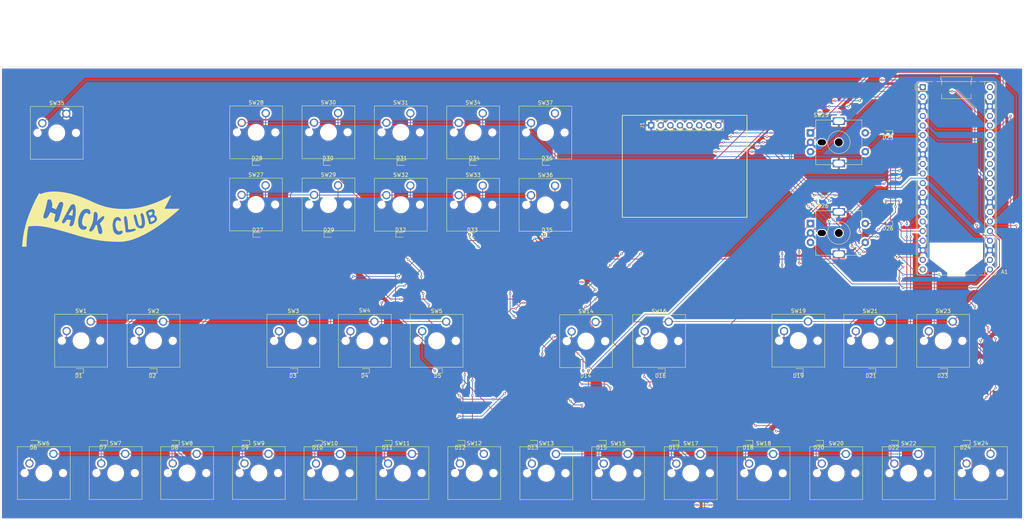
<source format=kicad_pcb>
(kicad_pcb (version 20241229) (generator "pcbnew") (generator_version "9.0")
  (layers (0 "F.Cu" signal) (2 "B.Cu" signal) (13 "F.Paste" user) (15 "B.Paste" user) (5 "F.SilkS" user "F.Silkscreen") (7 "B.SilkS" user "B.Silkscreen") (1 "F.Mask" user) (3 "B.Mask" user) (25 "Edge.Cuts" user))
  (net 0 "")
  (net 1 "1B")
  (net 2 "ROW3")
  (net 4 "2S1")
  (net 5 "DIN")
  (net 6 "A0")
  (net 7 "RST")
  (net 8 "COL1")
  (net 9 "GND")
  (net 10 "MOSI")
  (net 11 "SCK")
  (net 13 "COL2")
  (net 14 "LRCLK")
  (net 15 "1S1")
  (net 16 "COL5")
  (net 18 "CS_LCD")
  (net 21 "2B")
  (net 22 "COL3")
  (net 23 "COL7")
  (net 24 "ROW2")
  (net 26 "ROW0")
  (net 27 "+3V3")
  (net 28 "COL6")
  (net 29 "2A")
  (net 30 "Net-(A1-RUN)")
  (net 31 "ROW1")
  (net 32 "1A")
  (net 33 "BLCK")
  (net 34 "COL4")
  (net 35 "Net-(D1-A)")
  (net 36 "Net-(D2-A)")
  (net 37 "Net-(D3-A)")
  (net 38 "Net-(D4-A)")
  (net 39 "Net-(D5-A)")
  (net 40 "Net-(D6-A)")
  (net 41 "Net-(D7-A)")
  (net 42 "Net-(D8-A)")
  (net 43 "Net-(D9-A)")
  (net 44 "Net-(D10-A)")
  (net 45 "Net-(D11-A)")
  (net 46 "Net-(D12-A)")
  (net 47 "Net-(D13-A)")
  (net 48 "Net-(D14-A)")
  (net 49 "Net-(D15-A)")
  (net 50 "Net-(D16-A)")
  (net 51 "Net-(D17-A)")
  (net 52 "Net-(D18-A)")
  (net 53 "Net-(D19-A)")
  (net 54 "Net-(D20-A)")
  (net 55 "Net-(D21-A)")
  (net 56 "Net-(D22-A)")
  (net 57 "Net-(D23-A)")
  (net 58 "Net-(D24-A)")
  (net 59 "1S2")
  (net 60 "2S2")
  (net 61 "Net-(D27-A)")
  (net 62 "Net-(D28-A)")
  (net 63 "Net-(D29-A)")
  (net 64 "Net-(D30-A)")
  (net 65 "Net-(D31-A)")
  (net 66 "Net-(D32-A)")
  (net 67 "Net-(D33-A)")
  (net 68 "Net-(D34-A)")
  (net 69 "Net-(D35-A)")
  (net 70 "Net-(D36-A)")
  (footprint "Button_Switch_Keyboard:SW_Cherry_MX_1.00u_PCB" (layer "F.Cu") (at 83.305797 39.284393)
    (property "Reference" "SW28")
    (property "Value" "SW_Push" (hide yes))
  )
  (footprint "Button_Switch_Keyboard:SW_Cherry_MX_1.00u_PCB" (layer "F.Cu") (at 140.740921 58.44137)
    (property "Reference" "SW33")
    (property "Value" "SW_Push" (hide yes))
  )
  (footprint "Diode_SMD:D_SOD-523" (layer "F.Cu") (at 243.5 107.5 180)
    (property "Reference" "D21")
    (property "Value" "1N4148WT" (hide yes))
  )
  (footprint "Diode_SMD:D_SOD-523" (layer "F.Cu") (at 90.5 107.5 180)
    (property "Reference" "D3")
    (property "Value" "1N4148WT" (hide yes))
  )
  (footprint "Button_Switch_Keyboard:SW_Cherry_MX_1.00u_PCB" (layer "F.Cu") (at 275.16 129.46)
    (property "Reference" "SW24")
    (property "Value" "SW_Push" (hide yes))
  )
  (footprint "Diode_SMD:D_SOD-523" (layer "F.Cu") (at 249.5 126.5 180)
    (property "Reference" "D22")
    (property "Value" "1N4148WT" (hide yes))
  )
  (footprint "Diode_SMD:D_SOD-523" (layer "F.Cu") (at 100 71.5)
    (property "Reference" "D29")
    (property "Value" "1N4148WT" (hide yes))
  )
  (footprint "Button_Switch_Keyboard:SW_Cherry_MX_1.00u_PCB" (layer "F.Cu") (at 160.12 129.5)
    (property "Reference" "SW13")
    (property "Value" "SW_Push" (hide yes))
  )
  (footprint "Button_Switch_Keyboard:SW_Cherry_MX_1.00u_PCB" (layer "F.Cu") (at 121.600906 58.437029)
    (property "Reference" "SW32")
    (property "Value" "SW_Push" (hide yes))
  )
  (footprint "Button_Switch_Keyboard:SW_Cherry_MX_1.00u_PCB" (layer "F.Cu") (at 141.04 129.46)
    (property "Reference" "SW12")
    (property "Value" "SW_Push" (hide yes))
  )
  (footprint "Button_Switch_Keyboard:SW_Cherry_MX_1.00u_PCB" (layer "F.Cu") (at 121.596983 39.28559)
    (property "Reference" "SW31")
    (property "Value" "SW_Push" (hide yes))
  )
  (footprint "Diode_SMD:D_SOD-523" (layer "F.Cu") (at 157.8 71.5)
    (property "Reference" "D35")
    (property "Value" "1N4148WT" (hide yes))
  )
  (footprint "Diode_SMD:D_SOD-523" (layer "F.Cu") (at 128.8 107.5 180)
    (property "Reference" "D5")
    (property "Value" "1N4148WT" (hide yes))
  )
  (footprint "Button_Switch_Keyboard:SW_Cherry_MX_1.00u_PCB" (layer "F.Cu") (at 226.85 94.42)
    (property "Reference" "SW19")
    (property "Value" "SW_Push" (hide yes))
  )
  (footprint "Diode_SMD:D_SOD-523" (layer "F.Cu") (at 248 44.5 180)
    (property "Reference" "D25")
    (property "Value" "1N4148WT")
  )
  (footprint "Diode_SMD:D_SOD-523" (layer "F.Cu") (at 172.2 126.5 180)
    (property "Reference" "D15")
    (property "Value" "1N4148WT" (hide yes))
  )
  (footprint "Diode_SMD:D_SOD-523" (layer "F.Cu") (at 191.4 126.5 180)
    (property "Reference" "D17")
    (property "Value" "1N4148WT" (hide yes))
  )
  (footprint "Diode_SMD:D_SOD-523" (layer "F.Cu") (at 99.8 52.5)
    (property "Reference" "D30")
    (property "Value" "1N4148WT" (hide yes))
  )
  (footprint "Diode_SMD:D_SOD-523" (layer "F.Cu") (at 268.5 126.5 180)
    (property "Reference" "D24")
    (property "Value" "1N4148WT" (hide yes))
  )
  (footprint "Diode_SMD:D_SOD-523" (layer "F.Cu") (at 109.5 107.5 180)
    (property "Reference" "D4")
    (property "Value" "1N4148WT" (hide yes))
  )
  (footprint "Rotary_Encoder:RotaryEncoder_Alps_EC11E-Switch_Vertical_H20mm_MountingHoles" (layer "F.Cu") (at 227.5 44.5)
    (property "Reference" "SW25")
    (property "Value" "RotaryEncoder_Switch_MP")
  )
  (footprint "Button_Switch_Keyboard:SW_Cherry_MX_1.00u_PCB" (layer "F.Cu") (at 236.85 129.5)
    (property "Reference" "SW20")
    (property "Value" "SW_Push" (hide yes))
  )
  (footprint "Diode_SMD:D_SOD-523" (layer "F.Cu") (at 138.5 52.5)
    (property "Reference" "D34")
    (property "Value" "1N4148WT" (hide yes))
  )
  (footprint "Button_Switch_Keyboard:SW_Cherry_MX_1.00u_PCB" (layer "F.Cu") (at 102.447134 39.254653)
    (property "Reference" "SW30")
    (property "Value" "SW_Push" (hide yes))
  )
  (footprint "Connector_PinHeader_2.54mm:PinHeader_1x08_P2.54mm_Vertical" (layer "F.Cu") (at 185.34 42.5 90)
    (property "Reference" "J1")
    (property "Value" "ST7735R")
  )
  (footprint "Diode_SMD:D_SOD-523" (layer "F.Cu") (at 248 68.5 180)
    (property "Reference" "D26")
    (property "Value" "1N4148WT")
  )
  (footprint "Button_Switch_Keyboard:SW_Cherry_MX_1.00u_PCB" (layer "F.Cu") (at 265.16 94.46)
    (property "Reference" "SW23")
    (property "Value" "SW_Push" (hide yes))
  )
  (footprint "Diode_SMD:D_SOD-523" (layer "F.Cu") (at 224.3 107.5 180)
    (property "Reference" "D19")
    (property "Value" "1N4148WT" (hide yes))
  )
  (footprint "Diode_SMD:D_SOD-523" (layer "F.Cu") (at 21.8 126.5 180)
    (property "Reference" "D6")
    (property "Value" "1N4148WT" (hide yes))
  )
  (footprint "Diode_SMD:D_SOD-523" (layer "F.Cu") (at 157.8 52.5)
    (property "Reference" "D36")
    (property "Value" "1N4148WT" (hide yes))
  )
  (footprint "Diode_SMD:D_SOD-523" (layer "F.Cu") (at 97 126.5 180)
    (property "Reference" "D10")
    (property "Value" "1N4148WT" (hide yes))
  )
  (footprint "Diode_SMD:D_SOD-523" (layer "F.Cu") (at 81 52.5)
    (property "Reference" "D28")
    (property "Value" "1N4148WT" (hide yes))
  )
  (footprint "Button_Switch_Keyboard:SW_Cherry_MX_1.00u_PCB" (layer "F.Cu") (at 189.97 94.5)
    (property "Reference" "SW16")
    (property "Value" "SW_Push" (hide yes))
  )
  (footprint "Button_Switch_Keyboard:SW_Cherry_MX_1.00u_PCB" (layer "F.Cu") (at 198.35 129.5)
    (property "Reference" "SW17")
    (property "Value" "SW_Push" (hide yes))
  )
  (footprint "Diode_SMD:D_SOD-523" (layer "F.Cu") (at 53.3 107.5 180)
    (property "Reference" "D2")
    (property "Value" "1N4148WT" (hide yes))
  )
  (footprint "Diode_SMD:D_SOD-523" (layer "F.Cu") (at 134.8 126.5 180)
    (property "Reference" "D12")
    (property "Value" "1N4148WT" (hide yes))
  )
  (footprint "Button_Switch_Keyboard:SW_Cherry_MX_1.00u_PCB" (layer "F.Cu") (at 27.12 129.46)
    (property "Reference" "SW6")
    (property "Value" "SW_Push" (hide yes))
  )
  (footprint "Button_Switch_Keyboard:SW_Cherry_MX_1.00u_PCB" (layer "F.Cu") (at 245.85 94.46)
    (property "Reference" "SW21")
    (property "Value" "SW_Push" (hide yes))
  )
  (footprint "Diode_SMD:D_SOD-523" (layer "F.Cu") (at 229.7 126.5 180)
    (property "Reference" "D20")
    (property "Value" "1N4148WT" (hide yes))
  )
  (footprint "Diode_SMD:D_SOD-523" (layer "F.Cu") (at 119.3 52.5)
    (property "Reference" "D31")
    (property "Value" "1N4148WT" (hide yes))
  )
  (footprint "Diode_SMD:D_SOD-523" (layer "F.Cu") (at 262.5 107.5 180)
    (property "Reference" "D23")
    (property "Value" "1N4148WT" (hide yes))
  )
  (footprint "Button_Switch_Keyboard:SW_Cherry_MX_1.00u_PCB" (layer "F.Cu") (at 83.27 58.38)
    (property "Reference" "SW27")
    (property "Value" "SW_Push" (hide yes))
  )
  (footprint "Rotary_Encoder:RotaryEncoder_Alps_EC11E-Switch_Vertical_H20mm_MountingHoles" (layer "F.Cu") (at 227.5 68.5)
    (property "Reference" "SW26")
    (property "Value" "RotaryEncoder_Switch_MP")
  )
  (footprint "Button_Switch_Keyboard:SW_Cherry_MX_1.00u_PCB" (layer "F.Cu") (at 102.97 129.5)
    (property "Reference" "SW10")
    (property "Value" "SW_Push" (hide yes))
  )
  (footprint "Button_Switch_Keyboard:SW_Cherry_MX_1.00u_PCB" (layer "F.Cu") (at 93.16 94.46)
    (property "Reference" "SW3")
    (property "Value" "SW_Push" (hide yes))
  )
  (footprint "Diode_SMD:D_SOD-523" (layer "F.Cu") (at 211 126.5 180)
    (property "Reference" "D18")
    (property "Value" "1N4148WT" (hide yes))
  )
  (footprint "Diode_SMD:D_SOD-523" (layer "F.Cu") (at 138 71.5)
    (property "Reference" "D33")
    (property "Value" "1N4148WT" (hide yes))
  )
  (footprint "Diode_SMD:D_SOD-523" (layer "F.Cu") (at 119 71.5)
    (property "Reference" "D32")
    (property "Value" "1N4148WT" (hide yes))
  )
  (footprint "Button_Switch_Keyboard:SW_Cherry_MX_1.00u_PCB" (layer "F.Cu") (at 140.742481 39.308807)
    (property "Reference" "SW34")
    (property "Value" "SW_Push" (hide yes))
  )
  (footprint "Button_Switch_Keyboard:SW_Cherry_MX_1.00u_PCB" (layer "F.Cu") (at 170.62 94.54)
    (property "Reference" "SW14")
    (property "Value" "SW_Push" (hide yes))
  )
  (footprint "Diode_SMD:D_SOD-523" (layer "F.Cu") (at 115.5 126.5 180)
    (property "Reference" "D11")
    (property "Value" "1N4148WT" (hide yes))
  )
  (footprint "Button_Switch_Keyboard:SW_Cherry_MX_1.00u_PCB" (layer "F.Cu") (at 122.04 129.46)
    (property "Reference" "SW11")
    (property "Value" "SW_Push" (hide yes))
  )
  (footprint "Diode_SMD:D_SOD-523" (layer "F.Cu") (at 154 126.5 180)
    (property "Reference" "D13")
    (property "Value" "1N4148WT" (hide yes))
  )
  (footprint "Button_Switch_Keyboard:SW_Cherry_MX_1.00u_PCB" (layer "F.Cu") (at 159.889619 58.479177)
    (property "Reference" "SW36")
    (property "Value" "SW_Push" (hide yes))
  )
  (footprint "Button_Switch_Keyboard:SW_Cherry_MX_1.00u_PCB" (layer "F.Cu") (at 217.62 129.5)
    (property "Reference" "SW18")
    (property "Value" "SW_Push" (hide yes))
  )
  (footprint "Button_Switch_Keyboard:SW_Cherry_MX_1.00u_PCB" (layer "F.Cu") (at 30.54 39.42)
    (property "Reference" "SW35")
    (property "Value" "RESET")
  )
  (footprint "Module:RaspberryPi_Pico_Common_THT" (layer "F.Cu") (at 257.22 32.4)
    (property "Reference" "A1")
    (property "Value" "Orpheus_Pico")
  )
  (footprint "Button_Switch_Keyboard:SW_Cherry_MX_1.00u_PCB" (layer "F.Cu") (at 36.96 94.42)
    (property "Reference" "SW1")
    (property "Value" "SW_Push" (hide yes))
  )
  (footprint "Button_Switch_Keyboard:SW_Cherry_MX_1.00u_PCB" (layer "F.Cu") (at 65.04 129.46)
    (property "Reference" "SW8")
    (property "Value" "SW_Push" (hide yes))
  )
  (footprint "Diode_SMD:D_SOD-523" (layer "F.Cu") (at 77.8 126.5 180)
    (property "Reference" "D9")
    (property "Value" "1N4148WT" (hide yes))
  )
  (footprint "Button_Switch_Keyboard:SW_Cherry_MX_1.00u_PCB" (layer "F.Cu") (at 84.04 129.46)
    (property "Reference" "SW9")
    (property "Value" "SW_Push" (hide yes))
  )
  (footprint "Diode_SMD:D_SOD-523" (layer "F.Cu") (at 168 107.5 180)
    (property "Reference" "D14")
    (property "Value" "1N4148WT" (hide yes))
  )
  (footprint "Diode_SMD:D_SOD-523" (layer "F.Cu") (at 81.2 71.5)
    (property "Reference" "D27")
    (property "Value" "1N4148WT" (hide yes))
  )
  (footprint "Diode_SMD:D_SOD-523" (layer "F.Cu") (at 187.8 107.5 180)
    (property "Reference" "D16")
    (property "Value" "1N4148WT" (hide yes))
  )
  (footprint "Button_Switch_Keyboard:SW_Cherry_MX_1.00u_PCB" (layer "F.Cu") (at 179.12 129.5)
    (property "Reference" "SW15")
    (property "Value" "SW_Push" (hide yes))
  )
  (footprint "Button_Switch_Keyboard:SW_Cherry_MX_1.00u_PCB" (layer "F.Cu") (at 46.12 129.46)
    (property "Reference" "SW7")
    (property "Value" "SW_Push" (hide yes))
  )
  (footprint "Button_Switch_Keyboard:SW_Cherry_MX_1.00u_PCB" (layer "F.Cu") (at 256.04 129.5)
    (property "Reference" "SW22")
    (property "Value" "SW_Push" (hide yes))
  )
  (footprint "Button_Switch_Keyboard:SW_Cherry_MX_1.00u_PCB" (layer "F.Cu") (at 131.08 94.46)
    (property "Reference" "SW5")
    (property "Value" "SW_Push" (hide yes))
  )
  (footprint "Button_Switch_Keyboard:SW_Cherry_MX_1.00u_PCB" (layer "F.Cu") (at 159.874967 39.329948)
    (property "Reference" "SW37")
    (property "Value" "SW_Push" (hide yes))
  )
  (footprint "Button_Switch_Keyboard:SW_Cherry_MX_1.00u_PCB" (layer "F.Cu") (at 112.08 94.46)
    (property "Reference" "SW4")
    (property "Value" "SW_Push" (hide yes))
  )
  (footprint "Diode_SMD:D_SOD-523" (layer "F.Cu") (at 59.2 126.5 180)
    (property "Reference" "D8")
    (property "Value" "1N4148WT" (hide yes))
  )
  (footprint "Diode_SMD:D_SOD-523" (layer "F.Cu") (at 33.8 107.5 180)
    (property "Reference" "D1")
    (property "Value" "1N4148WT" (hide yes))
  )
  (footprint "Button_Switch_Keyboard:SW_Cherry_MX_1.00u_PCB" (layer "F.Cu") (at 56.16 94.46)
    (property "Reference" "SW2")
    (property "Value" "SW_Push" (hide yes))
  )
  (footprint "Diode_SMD:D_SOD-523" (layer "F.Cu") (at 40.2 126.5 180)
    (property "Reference" "D7")
    (property "Value" "1N4148WT" (hide yes))
  )
  (footprint "Button_Switch_Keyboard:SW_Cherry_MX_1.00u_PCB" (layer "F.Cu") (at 102.459626 58.383737)
    (property "Reference" "SW29")
    (property "Value" "SW_Push" (hide yes))
  )
  (gr_poly (pts (xy 23.5 60.5) (xy 23.513933 60.500888) (xy 23.528296 60.502409) (xy 23.542312 60.504719) (xy 23.555224 60.507924) (xy 23.567063 60.511984) (xy 23.577862 60.516858) (xy 23.587652 60.522504) (xy 23.596465 60.528883) (xy 23.604333 60.535954) (xy 23.611287 60.543675) (xy 23.617361 60.552007) (xy 23.622584 60.560908) (xy 23.626989 60.570338) (xy 23.630608 60.580256) (xy 23.633473 60.590622) (xy 23.635616 60.601395) (xy 23.637067 60.612533) (xy 23.63786 60.623998) (xy 23.638025 60.635746) (xy 23.637595 60.647739) (xy 23.636601 60.659935) (xy 23.635076 60.672294) (xy 23.633051 60.684775) (xy 23.630557 60.697337) (xy 23.624293 60.722542) (xy 23.616537 60.747584) (xy 23.607545 60.772136) (xy 23.59757 60.795875) (xy 23.586867 60.818474) (xy 23.305801 61.412047) (xy 23.019484 62.043936) (xy 22.664484 62.859835) (xy 22.262179 63.830201) (xy 22.049968 64.364076) (xy 21.833949 64.92549) (xy 21.616794 65.510749) (xy 21.401174 66.116159) (xy 21.189763 66.738029) (xy 20.985232 67.372665) (xy 20.798203 68.014298) (xy 20.636309 68.65602) (xy 20.497746 69.292437) (xy 20.380712 69.918157) (xy 20.283403 70.527787) (xy 20.204016 71.115934) (xy 20.091795 72.206208) (xy 20.029624 73.145835) (xy 20.003076 73.891674) (xy 19.999149 74.629413) (xy 18.824537 74.629413) (xy 18.83111 74.357236) (xy 18.868419 73.832359) (xy 18.944836 73.09043) (xy 19.068733 72.167096) (xy 19.151104 71.648542) (xy 19.248484 71.098005) (xy 19.361921 70.519941) (xy 19.49246 69.918805) (xy 19.641149 69.299053) (xy 19.809035 68.665142) (xy 19.997162 68.021528) (xy 20.20658 67.372665) (xy 20.670208 66.090298) (xy 21.162462 64.865325) (xy 21.657867 63.730899) (xy 22.130948 62.720174) (xy 22.556228 61.866303) (xy 22.908233 61.20244) (xy 23.161486 60.761736) (xy 23.290513 60.577346) (xy 23.294352 60.573317) (xy 23.299131 60.56874) (xy 23.305799 60.562863) (xy 23.314342 60.555992) (xy 23.324747 60.548434) (xy 23.330644 60.544493) (xy 23.337001 60.540495) (xy 23.343817 60.536478) (xy 23.351091 60.53248) (xy 23.35882 60.528541) (xy 23.367002 60.524697) (xy 23.375638 60.520988) (xy 23.384723 60.517451) (xy 23.394258 60.514125) (xy 23.40424 60.511049) (xy 23.414668 60.50826) (xy 23.425539 60.505796) (xy 23.436853 60.503697) (xy 23.448608 60.502) (xy 23.460801 60.500743) (xy 23.473432 60.499965) (xy 23.486499 60.499705)) (fill yes) (layer "F.SilkS"))
  (gr_poly (pts (xy 27.795301 60.0317) (xy 28.701282 60.088918) (xy 29.697462 60.211186) (xy 30.229939 60.299728) (xy 30.78564 60.408148) (xy 31.36479 60.537653) (xy 31.967614 60.689449) (xy 32.594336 60.864739) (xy 33.245181 61.064731) (xy 33.920374 61.290629) (xy 34.62014 61.543638) (xy 35.344704 61.824966) (xy 36.094289 62.135816) (xy 36.869122 62.477395) (xy 37.669426 62.850908) (xy 38.547189 63.24368) (xy 39.423979 63.581916) (xy 40.298363 63.86817) (xy 41.168908 64.104996) (xy 42.034182 64.294948) (xy 42.892753 64.440579) (xy 43.743188 64.544442) (xy 44.584055 64.609093) (xy 45.413921 64.637083) (xy 46.231354 64.630968) (xy 47.034922 64.5933) (xy 47.823191 64.526634) (xy 48.59473 64.433522) (xy 49.348106 64.31652) (xy 50.081887 64.17818) (xy 50.79464 64.021056) (xy 52.151333 63.660672) (xy 53.406726 63.255796) (xy 54.549358 62.82686) (xy 55.567771 62.394291) (xy 56.450505 61.97852) (xy 57.1861 61.599977) (xy 58.170036 61.03629) (xy 58.175418 61.033386) (xy 58.180992 61.031183) (xy 58.186729 61.02965) (xy 58.192599 61.028761) (xy 58.198572 61.028487) (xy 58.204619 61.028799) (xy 58.21071 61.029668) (xy 58.216814 61.031068) (xy 58.222904 61.032969) (xy 58.228948 61.035342) (xy 58.234917 61.03816) (xy 58.240782 61.041395) (xy 58.246512 61.045017) (xy 58.252078 61.048998) (xy 58.25745 61.05331) (xy 58.262599 61.057925) (xy 58.267495 61.062815) (xy 58.272107 61.06795) (xy 58.276407 61.073302) (xy 58.280365 61.078844) (xy 58.28395 61.084547) (xy 58.287134 61.090382) (xy 58.289886 61.096321) (xy 58.292177 61.102336) (xy 58.293977 61.108398) (xy 58.295257 61.114478) (xy 58.295986 61.12055) (xy 58.296135 61.126583) (xy 58.295674 61.132551) (xy 58.294574 61.138423) (xy 58.292805 61.144173) (xy 58.290336 61.149772) (xy 56.585171 64.468948) (xy 56.582834 64.473878) (xy 56.580863 64.478853) (xy 56.57925 64.483861) (xy 56.577988 64.488887) (xy 56.577068 64.493919) (xy 56.576484 64.498944) (xy 56.576227 64.503949) (xy 56.576291 64.50892) (xy 56.576666 64.513846) (xy 56.577346 64.518712) (xy 56.578323 64.523505) (xy 56.579589 64.528213) (xy 56.581137 64.532822) (xy 56.582959 64.53732) (xy 56.585046 64.541693) (xy 56.587393 64.545928) (xy 56.58999 64.550012) (xy 56.592831 64.553932) (xy 56.595907 64.557676) (xy 56.599211 64.561229) (xy 56.602736 64.564579) (xy 56.606473 64.567713) (xy 56.610414 64.570618) (xy 56.614554 64.573281) (xy 56.618882 64.575688) (xy 56.623393 64.577827) (xy 56.628078 64.579684) (xy 56.632929 64.581246) (xy 56.637939 64.582501) (xy 56.643101 64.583436) (xy 56.648406 64.584036) (xy 56.653847 64.58429) (xy 58.031473 64.595685) (xy 59.125573 64.595639) (xy 60.37517 64.58522) (xy 60.381812 64.58537) (xy 60.388261 64.585982) (xy 60.394505 64.587037) (xy 60.400534 64.588514) (xy 60.406336 64.59039) (xy 60.4119 64.592645) (xy 60.417214 64.595259) (xy 60.422267 64.598209) (xy 60.427047 64.601475) (xy 60.431544 64.605036) (xy 60.435745 64.60887) (xy 60.43964 64.612957) (xy 60.443216 64.617276) (xy 60.446464 64.621805) (xy 60.44937 64.626524) (xy 60.451925 64.63141) (xy 60.454116 64.636444) (xy 60.455932 64.641604) (xy 60.457362 64.64687) (xy 60.458395 64.652219) (xy 60.459018 64.657631) (xy 60.459221 64.663085) (xy 60.458993 64.66856) (xy 60.458321 64.674034) (xy 60.457195 64.679487) (xy 60.455603 64.684898) (xy 60.453534 64.690245) (xy 60.450976 64.695507) (xy 60.447918 64.700664) (xy 60.444349 64.705694) (xy 60.440258 64.710576) (xy 60.435632 64.71529) (xy 59.68646 65.400762) (xy 58.380069 66.525151) (xy 56.619683 67.925004) (xy 55.601499 68.67715) (xy 54.508524 69.436867) (xy 53.353663 70.183724) (xy 52.149817 70.89729) (xy 50.909889 71.557131) (xy 49.646783 72.142818) (xy 48.373401 72.633918) (xy 47.736889 72.837614) (xy 47.102646 73.01) (xy 46.472286 73.148525) (xy 45.847422 73.250633) (xy 45.229665 73.31377) (xy 44.620629 73.335384) (xy 43.353684 73.31685) (xy 42.155762 73.263222) (xy 41.021199 73.177456) (xy 39.944331 73.062511) (xy 38.919491 72.921345) (xy 37.941016 72.756916) (xy 37.00324 72.572182) (xy 36.100498 72.370101) (xy 35.227126 72.153631) (xy 34.377458 71.92573) (xy 32.726576 71.447469) (xy 31.102531 70.958981) (xy 29.460006 70.483931) (xy 28.845592 70.318156) (xy 36.603902 70.318156) (xy 36.607744 70.366088) (xy 36.616648 70.410713) (xy 36.630431 70.45179) (xy 36.648907 70.489082) (xy 36.67189 70.522348) (xy 36.699195 70.55135) (xy 36.730637 70.575848) (xy 36.766031 70.595603) (xy 36.805191 70.610376) (xy 36.847933 70.619927) (xy 36.89407 70.624017) (xy 36.943419 70.622407) (xy 36.995793 70.614858) (xy 37.051007 70.601131) (xy 37.108877 70.580985) (xy 37.169217 70.554182) (xy 37.231841 70.520483) (xy 37.296565 70.479649) (xy 37.363203 70.431439) (xy 37.43157 70.375616) (xy 37.501481 70.311939) (xy 37.57275 70.240169) (xy 37.645193 70.160068) (xy 37.718624 70.071396) (xy 37.792858 69.973913) (xy 37.867709 69.86738) (xy 37.904272 69.811831) (xy 37.940955 69.748012) (xy 37.977417 69.67756) (xy 38.013315 69.602109) (xy 38.048307 69.523296) (xy 38.082051 69.442755) (xy 38.144427 69.283035) (xy 38.197706 69.136032) (xy 38.23915 69.01483) (xy 38.27559 68.902168) (xy 38.624097 68.862945) (xy 38.78509 69.604677) (xy 38.910556 70.235703) (xy 38.962431 70.529883) (xy 38.998648 70.776937) (xy 39.008271 70.828135) (xy 39.022861 70.877721) (xy 39.042076 70.925481) (xy 39.065572 70.971203) (xy 39.093006 71.014673) (xy 39.124036 71.055678) (xy 39.158319 71.094006) (xy 39.195511 71.129442) (xy 39.235269 71.161775) (xy 39.277251 71.190792) (xy 39.321114 71.216278) (xy 39.366513 71.238022) (xy 39.413108 71.255809) (xy 39.460553 71.269428) (xy 39.508507 71.278665) (xy 39.556626 71.283306) (xy 39.604568 71.28314) (xy 39.651989 71.277952) (xy 39.698546 71.267531) (xy 39.743897 71.251662) (xy 39.787698 71.230133) (xy 39.829606 71.202731) (xy 39.869278 71.169242) (xy 39.906372 71.129454) (xy 39.940544 71.083154) (xy 39.971451 71.030128) (xy 39.99875 70.970164) (xy 40.022098 70.903048) (xy 40.041153 70.828568) (xy 40.055571 70.74651) (xy 40.065009 70.656662) (xy 40.069124 70.55881) (xy 40.051515 70.412902) (xy 40.024788 70.254639) (xy 39.988711 70.083961) (xy 39.943054 69.900811) (xy 39.887585 69.70513) (xy 39.822075 69.496859) (xy 39.746291 69.27594) (xy 39.660002 69.042313) (xy 39.636469 68.978517) (xy 42.795165 68.978517) (xy 42.79702 69.168351) (xy 42.80354 69.311157) (xy 42.813482 69.45004) (xy 42.826822 69.584926) (xy 42.843535 69.715739) (xy 42.863596 69.842406) (xy 42.886981 69.964853) (xy 42.913664 70.083003) (xy 42.943621 70.196784) (xy 42.976827 70.30612) (xy 43.013256 70.410937) (xy 43.052884 70.511161) (xy 43.095687 70.606717) (xy 43.141639 70.69753) (xy 43.190715 70.783526) (xy 43.242891 70.86463) (xy 43.298141 70.940768) (xy 43.356441 71.011866) (xy 43.417766 71.077848) (xy 43.482092 71.138641) (xy 43.549392 71.19417) (xy 43.619643 71.24436) (xy 43.692819 71.289137) (xy 43.768896 71.328426) (xy 43.847849 71.362153) (xy 43.929652 71.390243) (xy 44.014282 71.412622) (xy 44.101712 71.429216) (xy 44.191919 71.439949) (xy 44.284877 71.444747) (xy 44.380562 71.443536) (xy 44.478949 71.436241) (xy 44.580012 71.422788) (xy 44.678498 71.404474) (xy 44.769354 71.382828) (xy 44.852855 71.358103) (xy 44.929276 71.33055) (xy 44.998894 71.30042) (xy 45.061983 71.267965) (xy 45.118821 71.233435) (xy 45.169683 71.197084) (xy 45.214844 71.159162) (xy 45.25458 71.11992) (xy 45.289167 71.079611) (xy 45.318881 71.038485) (xy 45.343997 70.996794) (xy 45.364791 70.954791) (xy 45.381539 70.912725) (xy 45.394516 70.870849) (xy 45.403999 70.829414) (xy 45.410263 70.788671) (xy 45.413584 70.748873) (xy 45.414237 70.710271) (xy 45.412499 70.673115) (xy 45.408645 70.637658) (xy 45.40295 70.604151) (xy 45.395691 70.572846) (xy 45.387143 70.543994) (xy 45.377582 70.517846) (xy 45.367284 70.494655) (xy 45.356525 70.474671) (xy 45.34558 70.458146) (xy 45.334724 70.445332) (xy 45.324235 70.436479) (xy 45.314386 70.43184) (xy 45.299883 70.427168) (xy 45.286079 70.421303) (xy 45.257706 70.407947) (xy 45.241709 70.401429) (xy 45.223551 70.395669) (xy 45.202518 70.391152) (xy 45.177895 70.388367) (xy 45.148967 70.3878) (xy 45.115019 70.389939) (xy 45.075337 70.395271) (xy 45.029205 70.404283) (xy 44.97591 70.417462) (xy 44.914736 70.435295) (xy 44.844968 70.458271) (xy 44.765892 70.486875) (xy 44.724215 70.501585) (xy 44.683178 70.514133) (xy 44.642769 70.524497) (xy 44.602979 70.532654) (xy 44.563796 70.538582) (xy 44.525212 70.542257) (xy 44.487216 70.543658) (xy 44.449797 70.542762) (xy 44.412945 70.539545) (xy 44.37665 70.533987) (xy 44.340902 70.526063) (xy 44.305691 70.515751) (xy 44.271006 70.503029) (xy 44.236837 70.487874) (xy 44.203173 70.470263) (xy 44.170005 70.450174) (xy 44.137323 70.427585) (xy 44.105116 70.402472) (xy 44.073373 70.374813) (xy 44.042085 70.344585) (xy 44.011241 70.311767) (xy 43.980832 70.276334) (xy 43.950846 70.238265) (xy 43.921274 70.197537) (xy 43.892106 70.154128) (xy 43.86333 70.108014) (xy 43.806917 70.007583) (xy 43.751954 69.896064) (xy 43.698359 69.773275) (xy 43.664472 69.681412) (xy 43.633103 69.580528) (xy 43.604769 69.471845) (xy 43.579987 69.356587) (xy 43.559273 69.235976) (xy 43.543144 69.111234) (xy 43.532116 68.983585) (xy 43.526706 68.85425) (xy 43.527431 68.724454) (xy 43.534807 68.595417) (xy 43.54935 68.468364) (xy 43.571577 68.344517) (xy 43.602005 68.225098) (xy 43.641151 68.11133) (xy 43.664154 68.056947) (xy 43.68953 68.004436) (xy 43.717344 67.953948) (xy 43.74766 67.905638) (xy 43.75708 67.891988) (xy 43.766462 67.878954) (xy 43.775799 67.866516) (xy 43.785084 67.854657) (xy 43.79431 67.84336) (xy 43.80347 67.832605) (xy 43.821559 67.812655) (xy 43.839293 67.794663) (xy 43.856614 67.778486) (xy 43.873462 67.763981) (xy 43.889779 67.751005) (xy 43.905507 67.739413) (xy 43.920586 67.729064) (xy 43.934958 67.719814) (xy 43.948565 67.711519) (xy 43.994157 67.685031) (xy 44.013038 67.674218) (xy 44.031915 67.664762) (xy 44.050758 67.656602) (xy 44.069533 67.649678) (xy 44.088209 67.64393) (xy 44.106753 67.639297) (xy 44.125133 67.635719) (xy 44.143317 67.633135) (xy 44.161272 67.631485) (xy 44.178967 67.630708) (xy 44.196368 67.630745) (xy 44.213445 67.631534) (xy 44.230164 67.633016) (xy 44.246494 67.635129) (xy 44.262402 67.637814) (xy 44.277855 67.641009) (xy 44.292823 67.644655) (xy 44.307272 67.648691) (xy 44.334486 67.657692) (xy 44.359239 67.667528) (xy 44.381274 67.677716) (xy 44.400333 67.687772) (xy 44.416158 67.697213) (xy 44.428492 67.705555) (xy 44.437075 67.712316) (xy 44.488629 67.748095) (xy 44.537551 67.778998) (xy 44.583867 67.80519) (xy 44.627603 67.82684) (xy 44.668784 67.844113) (xy 44.707437 67.857177) (xy 44.743588 67.866198) (xy 44.777262 67.871344) (xy 44.808486 67.872781) (xy 44.837285 67.870676) (xy 44.863685 67.865196) (xy 44.887713 67.856508) (xy 44.909394 67.844778) (xy 44.928753 67.830174) (xy 44.945818 67.812863) (xy 44.960614 67.79301) (xy 44.973167 67.770784) (xy 44.983503 67.746351) (xy 44.991647 67.719877) (xy 44.997626 67.69153) (xy 45.001465 67.661477) (xy 45.003191 67.629884) (xy 45.00283 67.596919) (xy 45.000407 67.562747) (xy 44.995948 67.527537) (xy 44.989479 67.491454) (xy 44.981026 67.454666) (xy 44.970616 67.41734) (xy 44.958273 67.379642) (xy 44.944025 67.341739) (xy 44.927896 67.303798) (xy 44.909913 67.265987) (xy 44.867464 67.208367) (xy 44.824058 67.154107) (xy 44.785214 67.109564) (xy 45.811254 67.109564) (xy 45.814392 67.223877) (xy 45.821486 67.346377) (xy 45.845778 67.612108) (xy 45.880599 67.899099) (xy 45.922419 68.199693) (xy 46.012932 68.811054) (xy 46.054562 69.106506) (xy 46.089067 69.384928) (xy 46.17085 70.157322) (xy 46.186881 70.294076) (xy 46.204618 70.425782) (xy 46.225799 70.561186) (xy 46.252159 70.709034) (xy 46.265398 70.745254) (xy 46.28985 70.775639) (xy 46.324761 70.80049) (xy 46.369379 70.820109) (xy 46.42295 70.834797) (xy 46.484722 70.844855) (xy 46.553942 70.850584) (xy 46.629856 70.852286) (xy 46.798754 70.844814) (xy 46.985395 70.82485) (xy 47.183752 70.794803) (xy 47.387803 70.757084) (xy 47.788887 70.668274) (xy 48.140452 70.577705) (xy 48.394305 70.504661) (xy 48.502253 70.468427) (xy 48.513866 70.462723) (xy 48.529465 70.456803) (xy 48.570578 70.442907) (xy 48.595071 70.434224) (xy 48.621508 70.423915) (xy 48.649379 70.411627) (xy 48.678173 70.397006) (xy 48.70738 70.379699) (xy 48.721979 70.369929) (xy 48.73649 70.359355) (xy 48.750849 70.347933) (xy 48.764992 70.335619) (xy 48.778856 70.322369) (xy 48.792376 70.308139) (xy 48.805489 70.292884) (xy 48.818132 70.276561) (xy 48.830239 70.259126) (xy 48.841749 70.240534) (xy 48.852596 70.220742) (xy 48.862717 70.199704) (xy 48.872048 70.177378) (xy 48.880526 70.153718) (xy 48.888787 70.130279) (xy 48.89383 70.107684) (xy 48.895798 70.085943) (xy 48.894836 70.065065) (xy 48.891088 70.045062) (xy 48.884698 70.025943) (xy 48.87581 70.007718) (xy 48.86457 69.990398) (xy 48.851121 69.973993) (xy 48.835607 69.958512) (xy 48.818174 69.943966) (xy 48.798964 69.930366) (xy 48.778123 69.917721) (xy 48.755795 69.906042) (xy 48.707255 69.88562) (xy 48.654499 69.869182) (xy 48.598681 69.856809) (xy 48.540955 69.848583) (xy 48.482477 69.844585) (xy 48.4244 69.844896) (xy 48.36788 69.849597) (xy 48.314072 69.858769) (xy 48.264128 69.872494) (xy 48.139701 69.909505) (xy 47.968669 69.952601) (xy 47.768568 69.996048) (xy 47.663096 70.016112) (xy 47.556932 70.034114) (xy 47.452269 70.049337) (xy 47.351298 70.061066) (xy 47.256212 70.068583) (xy 47.169201 70.071171) (xy 47.092459 70.068115) (xy 47.058623 70.064247) (xy 47.028177 70.058698) (xy 47.001393 70.05138) (xy 46.978546 70.042202) (xy 46.959911 70.031076) (xy 46.94576 70.017912) (xy 46.924258 69.972632) (xy 46.90651 69.895865) (xy 46.891751 69.790946) (xy 46.879217 69.66121) (xy 46.836016 68.960772) (xy 46.807865 68.548338) (xy 46.767187 68.129992) (xy 46.740237 67.926937) (xy 46.70786 67.732407) (xy 46.66929 67.549736) (xy 46.623762 67.382259) (xy 46.614164 67.325799) (xy 46.60408 67.271578) (xy 46.593528 67.219563) (xy 46.582528 67.169725) (xy 46.571097 67.122032) (xy 46.559256 67.076455) (xy 46.547023 67.032962) (xy 46.534418 66.991522) (xy 46.521458 66.952106) (xy 46.508163 66.914682) (xy 46.494552 66.879219) (xy 46.480643 66.845688) (xy 46.466457 66.814057) (xy 46.452011 66.784296) (xy 46.437325 66.756373) (xy 46.422417 66.730259) (xy 46.407307 66.705922) (xy 46.392013 66.683332) (xy 46.376554 66.662459) (xy 46.36095 66.643271) (xy 46.345218 66.625738) (xy 46.329379 66.609829) (xy 46.313451 66.595513) (xy 46.297453 66.58276) (xy 46.281403 66.57154) (xy 46.265322 66.561821) (xy 46.249227 66.553572) (xy 46.233138 66.546764) (xy 46.217073 66.541365) (xy 46.201052 66.537345) (xy 46.185094 66.534673) (xy 46.169216 66.533318) (xy 46.169216 66.53332) (xy 46.151345 66.533338) (xy 46.133629 66.534964) (xy 46.116097 66.538153) (xy 46.098776 66.54286) (xy 46.081694 66.54904) (xy 46.064877 66.556649) (xy 46.048355 66.565642) (xy 46.032154 66.575974) (xy 46.016302 66.587602) (xy 46.000826 66.600479) (xy 45.971112 66.629804) (xy 45.943235 66.663593) (xy 45.917412 66.701489) (xy 45.893866 66.743132) (xy 45.872815 66.788167) (xy 45.854481 66.836235) (xy 45.839082 66.886979) (xy 45.82684 66.940042) (xy 45.817975 66.995065) (xy 45.812706 67.051692) (xy 45.811254 67.109564) (xy 44.785214 67.109564) (xy 44.779707 67.103249) (xy 44.734423 67.055837) (xy 44.688217 67.011913) (xy 44.641102 66.97152) (xy 44.593089 66.934702) (xy 44.54419 66.901501) (xy 44.494417 66.871961) (xy 44.443782 66.846125) (xy 44.392296 66.824035) (xy 44.339971 66.805734) (xy 44.286819 66.791266) (xy 44.232853 66.780674) (xy 44.178082 66.774) (xy 44.122521 66.771289) (xy 44.078767 66.771947) (xy 44.034549 66.775049) (xy 43.98987 66.780615) (xy 43.944738 66.788666) (xy 43.899156 66.799221) (xy 43.853132 66.8123) (xy 43.806669 66.827923) (xy 43.759774 66.84611) (xy 43.712452 66.866881) (xy 43.664708 66.890256) (xy 43.616549 66.916255) (xy 43.567978 66.944898) (xy 43.519003 66.976205) (xy 43.469627 67.010195) (xy 43.419857 67.04689) (xy 43.369699 67.086308) (xy 43.302447 67.158338) (xy 43.238565 67.2379) (xy 43.178229 67.325039) (xy 43.121616 67.419803) (xy 43.068903 67.522236) (xy 43.020266 67.632384) (xy 42.975883 67.750295) (xy 42.935931 67.876013) (xy 42.900585 68.009585) (xy 42.870024 68.151056) (xy 42.844423 68.300473) (xy 42.82396 68.457882) (xy 42.808811 68.623328) (xy 42.799154 68.796858) (xy 42.795165 68.978517) (xy 39.636469 68.978517) (xy 39.632636 68.968127) (xy 39.601329 68.890803) (xy 39.560851 68.800353) (xy 39.537778 68.753416) (xy 39.513137 68.707049) (xy 39.48717 68.662537) (xy 39.460119 68.621163) (xy 39.432227 68.584212) (xy 39.41804 68.567796) (xy 39.403733 68.552967) (xy 39.389337 68.539886) (xy 39.374881 68.528713) (xy 39.360396 68.519608) (xy 39.345913 68.512733) (xy 39.518626 68.336006) (xy 39.697859 68.145948) (xy 39.906424 67.915514) (xy 40.119882 67.665272) (xy 40.220809 67.539149) (xy 40.313793 67.415786) (xy 40.395782 67.297754) (xy 40.463719 67.187624) (xy 40.514549 67.087967) (xy 40.532595 67.042868) (xy 40.545219 67.001352) (xy 40.562009 66.920164) (xy 40.571053 66.843446) (xy 40.571841 66.77251) (xy 40.56898 66.73962) (xy 40.563864 66.708667) (xy 40.556429 66.679815) (xy 40.546612 66.653228) (xy 40.534348 66.629071) (xy 40.519574 66.607506) (xy 40.502227 66.588697) (xy 40.482243 66.57281) (xy 40.459557 66.560007) (xy 40.434107 66.550453) (xy 40.405829 66.544311) (xy 40.374658 66.541745) (xy 40.340531 66.54292) (xy 40.303385 66.547999) (xy 40.263156 66.557146) (xy 40.21978 66.570524) (xy 40.173193 66.588299) (xy 40.123332 66.610634) (xy 40.070132 66.637693) (xy 40.013531 66.669639) (xy 39.953465 66.706637) (xy 39.889869 66.74885) (xy 39.822681 66.796443) (xy 39.751836 66.849579) (xy 39.67727 66.908422) (xy 39.598921 66.973137) (xy 39.520862 67.039419) (xy 39.447117 67.102873) (xy 39.377564 67.163544) (xy 39.312085 67.221482) (xy 39.250557 67.276733) (xy 39.192861 67.329345) (xy 39.138877 67.379366) (xy 39.088484 67.426843) (xy 39.041561 67.471823) (xy 38.997989 67.514355) (xy 38.957647 67.554485) (xy 38.920415 67.592261) (xy 38.886173 67.627732) (xy 38.854799 67.660943) (xy 38.826174 67.691944) (xy 38.800177 67.720781) (xy 38.755588 67.772155) (xy 38.720067 67.815444) (xy 38.692653 67.85103) (xy 38.672382 67.879294) (xy 38.658291 67.900614) (xy 38.649419 67.915372) (xy 38.643476 67.926722) (xy 38.674966 67.773676) (xy 38.706813 67.602256) (xy 38.742718 67.385249) (xy 38.77767 67.135912) (xy 38.80666 66.867505) (xy 38.817354 66.730293) (xy 38.82468 66.593284) (xy 38.826788 66.507723) (xy 48.351475 66.507723) (xy 48.351729 66.545878) (xy 48.354665 66.585098) (xy 48.375864 66.743745) (xy 48.406407 66.909586) (xy 48.448511 67.094114) (xy 48.504391 67.308818) (xy 48.666341 67.874724) (xy 48.90998 68.699233) (xy 48.949812 68.812453) (xy 48.993669 68.917659) (xy 49.041231 69.015136) (xy 49.092177 69.105167) (xy 49.146188 69.188036) (xy 49.202943 69.264027) (xy 49.262122 69.333425) (xy 49.323406 69.396512) (xy 49.386474 69.453574) (xy 49.451006 69.504893) (xy 49.516683 69.550754) (xy 49.583183 69.59144) (xy 49.650187 69.627236) (xy 49.717375 69.658426) (xy 49.784426 69.685292) (xy 49.851021 69.70812) (xy 49.91684 69.727193) (xy 49.981562 69.742795) (xy 50.106437 69.764722) (xy 50.223084 69.776171) (xy 50.328943 69.779415) (xy 50.421453 69.776725) (xy 50.498055 69.770371) (xy 50.593287 69.755758) (xy 50.641623 69.742823) (xy 50.687562 69.727699) (xy 50.731179 69.710477) (xy 50.772552 69.691247) (xy 50.811757 69.670101) (xy 50.84887 69.647128) (xy 50.883968 69.622421) (xy 50.917127 69.59607) (xy 50.948423 69.568166) (xy 50.977933 69.5388) (xy 51.005733 69.508063) (xy 51.0319 69.476046) (xy 51.079638 69.408533) (xy 51.121759 69.336991) (xy 51.158874 69.262145) (xy 51.191593 69.184723) (xy 51.220529 69.105453) (xy 51.246291 69.025062) (xy 51.290741 68.863825) (xy 51.329831 68.70683) (xy 51.346135 68.617726) (xy 51.35545 68.512237) (xy 51.358255 68.392172) (xy 51.35503 68.259341) (xy 51.346253 68.115553) (xy 51.332404 67.962617) (xy 51.291407 67.636539) (xy 51.235874 67.295585) (xy 51.169638 66.954229) (xy 51.096533 66.626947) (xy 51.020394 66.328215) (xy 50.993614 66.259556) (xy 50.96495 66.194787) (xy 50.934593 66.133985) (xy 50.902733 66.077226) (xy 50.86956 66.024588) (xy 50.85254 65.999837) (xy 50.835262 65.976146) (xy 50.817751 65.953523) (xy 50.80003 65.931978) (xy 50.782124 65.91152) (xy 50.764054 65.89216) (xy 50.745846 65.873906) (xy 50.727523 65.856769) (xy 50.709109 65.840757) (xy 50.690627 65.825881) (xy 50.672102 65.812149) (xy 50.653556 65.799573) (xy 50.635014 65.78816) (xy 50.6165 65.777921) (xy 50.598036 65.768866) (xy 50.579647 65.761003) (xy 50.561356 65.754343) (xy 50.543188 65.748895) (xy 50.525166 65.744668) (xy 50.507313 65.741673) (xy 50.489653 65.739918) (xy 50.472211 65.739414) (xy 50.445565 65.741137) (xy 50.419592 65.745945) (xy 50.39438 65.753874) (xy 50.370019 65.764959) (xy 50.346597 65.779237) (xy 50.324203 65.796742) (xy 50.302927 65.817512) (xy 50.282858 65.84158) (xy 50.264083 65.868985) (xy 50.246694 65.899761) (xy 50.230777 65.933943) (xy 50.216424 65.971569) (xy 50.203721 66.012674) (xy 50.192759 66.057293) (xy 50.183627 66.105462) (xy 50.176413 66.157218) (xy 50.176676 66.194417) (xy 50.179224 66.233308) (xy 50.183883 66.273905) (xy 50.190481 66.316224) (xy 50.208803 66.406088) (xy 50.232805 66.503019) (xy 50.292318 66.718568) (xy 50.325062 66.837426) (xy 50.357953 66.963835) (xy 50.404108 67.242666) (xy 50.447952 67.529798) (xy 50.485248 67.816788) (xy 50.500116 67.957591) (xy 50.511759 68.095193) (xy 50.519647 68.228537) (xy 50.52325 68.356569) (xy 50.522039 68.478234) (xy 50.515484 68.592475) (xy 50.503055 68.698237) (xy 50.484224 68.794466) (xy 50.458461 68.880106) (xy 50.442814 68.918625) (xy 50.425235 68.954101) (xy 50.408971 68.975693) (xy 50.391673 68.995621) (xy 50.373407 69.013898) (xy 50.354242 69.030538) (xy 50.334246 69.045554) (xy 50.313488 69.058959) (xy 50.292034 69.070767) (xy 50.269952 69.08099) (xy 50.247312 69.089642) (xy 50.22418 69.096736) (xy 50.200625 69.102286) (xy 50.176715 69.106305) (xy 50.152517 69.108806) (xy 50.1281 69.109802) (xy 50.103531 69.109307) (xy 50.078879 69.107333) (xy 50.054211 69.103895) (xy 50.029596 69.099006) (xy 50.005101 69.092678) (xy 49.980794 69.084925) (xy 49.956743 69.075761) (xy 49.933017 69.065198) (xy 49.909683 69.05325) (xy 49.886809 69.03993) (xy 49.864463 69.025252) (xy 49.842713 69.009228) (xy 49.821627 68.991872) (xy 49.801273 68.973198) (xy 49.781719 68.953218) (xy 49.763032 68.931946) (xy 49.745282 68.909395) (xy 49.728535 68.885578) (xy 49.670413 68.754937) (xy 49.614337 68.606519) (xy 49.56022 68.443351) (xy 49.507973 68.268461) (xy 49.408742 67.895624) (xy 49.315945 67.512224) (xy 49.228881 67.14248) (xy 49.14685 66.810609) (xy 49.107504 66.666445) (xy 49.069153 66.54083) (xy 49.031711 66.436793) (xy 48.99509 66.35736) (xy 48.970733 66.316787) (xy 48.945456 66.280296) (xy 48.919379 66.247787) (xy 48.892621 66.219159) (xy 48.865304 66.194311) (xy 48.837547 66.173144) (xy 48.80947 66.155557) (xy 48.781193 66.141448) (xy 48.752836 66.130718) (xy 48.724519 66.123266) (xy 48.696363 66.118991) (xy 48.668487 66.117793) (xy 48.641011 66.119571) (xy 48.614055 66.124225) (xy 48.58774 66.131654) (xy 48.562185 66.141757) (xy 48.537511 66.154435) (xy 48.513837 66.169586) (xy 48.491283 66.18711) (xy 48.46997 66.206906) (xy 48.450018 66.228874) (xy 48.431546 66.252913) (xy 48.414675 66.278923) (xy 48.399524 66.306803) (xy 48.386214 66.336452) (xy 48.374864 66.36777) (xy 48.365596 66.400657) (xy 48.358528 66.435012) (xy 48.353781 66.470734) (xy 48.351475 66.507723) (xy 38.826788 66.507723) (xy 38.82801 66.458138) (xy 38.826719 66.326509) (xy 38.830287 66.279768) (xy 38.831461 66.233634) (xy 38.830331 66.188166) (xy 38.826985 66.143423) (xy 38.821512 66.099462) (xy 38.814002 66.056343) (xy 38.804543 66.014123) (xy 38.793224 65.972862) (xy 38.780135 65.932617) (xy 38.765363 65.893447) (xy 38.748998 65.855411) (xy 38.731129 65.818566) (xy 38.711845 65.782971) (xy 38.691235 65.748686) (xy 38.669387 65.715767) (xy 38.646391 65.684274) (xy 38.622335 65.654264) (xy 38.597308 65.625797) (xy 38.5714 65.598931) (xy 38.556546 65.584907) (xy 51.605606 65.584907) (xy 51.605944 65.601141) (xy 51.608578 65.633077) (xy 51.613128 65.664366) (xy 51.618765 65.695079) (xy 51.629969 65.755072) (xy 52.036569 67.085945) (xy 52.318267 68.047081) (xy 52.412637 68.396691) (xy 52.439943 68.513147) (xy 52.450849 68.580946) (xy 52.453216 68.591114) (xy 52.457433 68.600635) (xy 52.463435 68.609513) (xy 52.47116 68.617753) (xy 52.480545 68.625356) (xy 52.491525 68.632327) (xy 52.518018 68.644385) (xy 52.550132 68.653958) (xy 52.587361 68.661072) (xy 52.629195 68.665757) (xy 52.675129 68.66804) (xy 52.724654 68.66795) (xy 52.777263 68.665516) (xy 52.832448 68.660766) (xy 52.889702 68.653728) (xy 52.948518 68.644431) (xy 53.008387 68.632903) (xy 53.068802 68.619174) (xy 53.129257 68.60327) (xy 53.303058 68.541488) (xy 53.466295 68.475366) (xy 53.618744 68.405142) (xy 53.690854 68.368566) (xy 53.760185 68.331055) (xy 53.826707 68.292638) (xy 53.890394 68.253346) (xy 53.951218 68.213207) (xy 54.009151 68.172252) (xy 54.064165 68.130511) (xy 54.116233 68.088014) (xy 54.165327 68.044791) (xy 54.211419 68.000871) (xy 54.254482 67.956285) (xy 54.294487 67.911062) (xy 54.331407 67.865232) (xy 54.365214 67.818826) (xy 54.395881 67.771873) (xy 54.423379 67.724402) (xy 54.447682 67.676445) (xy 54.468761 67.628031) (xy 54.486588 67.57919) (xy 54.501136 67.529951) (xy 54.512377 67.480345) (xy 54.520284 67.430401) (xy 54.524828 67.38015) (xy 54.525982 67.329621) (xy 54.523718 67.278845) (xy 54.518009 67.22785) (xy 54.500505 67.127233) (xy 54.477872 67.029991) (xy 54.464684 66.982749) (xy 54.450276 66.936485) (xy 54.434669 66.891245) (xy 54.417884 66.847074) (xy 54.399942 66.804016) (xy 54.380864 66.762117) (xy 54.360671 66.721422) (xy 54.339383 66.681976) (xy 54.317022 66.643823) (xy 54.293609 66.607008) (xy 54.269164 66.571577) (xy 54.243709 66.537575) (xy 54.217264 66.505046) (xy 54.18985 66.474035) (xy 54.161488 66.444588) (xy 54.132199 66.416749) (xy 54.102004 66.390563) (xy 54.070924 66.366076) (xy 54.03898 66.343332) (xy 54.006192 66.322376) (xy 53.972583 66.303253) (xy 53.938171 66.286009) (xy 53.902979 66.270687) (xy 53.867028 66.257334) (xy 53.830337 66.245993) (xy 53.792929 66.236711) (xy 53.754824 66.229532) (xy 53.716043 66.2245) (xy 53.736818 66.180837) (xy 53.759698 66.12965) (xy 53.78816 66.061906) (xy 53.820145 65.979866) (xy 53.853595 65.885791) (xy 53.88645 65.781943) (xy 53.902011 65.727059) (xy 53.916652 65.67058) (xy 53.92211 65.637538) (xy 53.926297 65.604222) (xy 53.929239 65.57069) (xy 53.93096 65.536999) (xy 53.931485 65.503208) (xy 53.930839 65.469374) (xy 53.929046 65.435555) (xy 53.926132 65.40181) (xy 53.917039 65.334768) (xy 53.903759 65.268711) (xy 53.88649 65.204103) (xy 53.865432 65.141406) (xy 53.840783 65.081082) (xy 53.812743 65.023593) (xy 53.78151 64.969404) (xy 53.764759 64.94369) (xy 53.747284 64.918975) (xy 53.729111 64.895316) (xy 53.710263 64.87277) (xy 53.690767 64.851397) (xy 53.670647 64.831252) (xy 53.649927 64.812395) (xy 53.628634 64.794883) (xy 53.60679 64.778773) (xy 53.584423 64.764125) (xy 53.565016 64.757363) (xy 53.545439 64.751033) (xy 53.525689 64.745136) (xy 53.505765 64.739669) (xy 53.485667 64.734633) (xy 53.465392 64.730027) (xy 53.424309 64.722105) (xy 53.382504 64.715899) (xy 53.339968 64.711405) (xy 53.296691 64.708619) (xy 53.252661 64.707539) (xy 53.185181 64.709109) (xy 53.115945 64.714507) (xy 53.044915 64.723722) (xy 52.972054 64.736744) (xy 52.897325 64.753563) (xy 52.820689 64.774171) (xy 52.74211 64.798556) (xy 52.66155 64.82671) (xy 52.578972 64.858622) (xy 52.494338 64.894283) (xy 52.407611 64.933683) (xy 52.318754 64.976812) (xy 52.227728 65.02366) (xy 52.134497 65.074219) (xy 52.039023 65.128476) (xy 51.941269 65.186424) (xy 51.903172 65.208526) (xy 51.867945 65.230257) (xy 51.835483 65.251627) (xy 51.805683 65.272646) (xy 51.77844 65.293322) (xy 51.753652 65.313665) (xy 51.731213 65.333682) (xy 51.71102 65.353384) (xy 51.692969 65.37278) (xy 51.676956 65.391878) (xy 51.662878 65.410687) (xy 51.650629 65.429218) (xy 51.640107 65.447477) (xy 51.631207 65.465476) (xy 51.623826 65.483222) (xy 51.617859 65.500725) (xy 51.613203 65.517994) (xy 51.609753 65.535037) (xy 51.607407 65.551865) (xy 51.606059 65.568485) (xy 51.605606 65.584907) (xy 38.556546 65.584907) (xy 38.544699 65.573723) (xy 38.517295 65.550234) (xy 38.489275 65.52852) (xy 38.460729 65.508641) (xy 38.431746 65.490654) (xy 38.402415 65.474619) (xy 38.372825 65.460593) (xy 38.343065 65.448636) (xy 38.313223 65.438805) (xy 38.283389 65.431158) (xy 38.253651 65.425756) (xy 38.224098 65.422654) (xy 38.19482 65.421913) (xy 38.19482 65.421915) (xy 38.168517 65.42334) (xy 38.142581 65.42681) (xy 38.11708 65.432367) (xy 38.09208 65.440057) (xy 38.067647 65.449922) (xy 38.043849 65.462006) (xy 38.032209 65.468894) (xy 38.020753 65.476352) (xy 38.009488 65.484387) (xy 37.998424 65.493004) (xy 37.987569 65.502209) (xy 37.976931 65.512006) (xy 37.966518 65.522401) (xy 37.956339 65.5334) (xy 37.946402 65.545008) (xy 37.936715 65.557231) (xy 37.918127 65.583542) (xy 37.900641 65.612376) (xy 37.884323 65.643778) (xy 37.869241 65.677789) (xy 37.855461 65.714455) (xy 37.813437 65.863142) (xy 37.782793 66.013736) (xy 37.761255 66.16716) (xy 37.746547 66.324334) (xy 37.710508 67.008983) (xy 37.695819 67.198742) (xy 37.674309 67.397784) (xy 37.643702 67.607031) (xy 37.601722 67.827405) (xy 37.546093 68.059827) (xy 37.474541 68.30522) (xy 37.384791 68.564506) (xy 37.274566 68.838605) (xy 37.243175 68.91081) (xy 37.207352 68.988894) (xy 37.125672 69.157525) (xy 37.036058 69.33414) (xy 36.94504 69.508383) (xy 36.697548 69.974505) (xy 36.667122 70.037258) (xy 36.64287 70.098138) (xy 36.624607 70.156908) (xy 36.612148 70.213327) (xy 36.605308 70.267156) (xy 36.603902 70.318156) (xy 28.845592 70.318156) (xy 27.919514 70.068292) (xy 26.558571 69.728524) (xy 25.935022 69.587262) (xy 25.343871 69.465173) (xy 24.780956 69.362327) (xy 24.242112 69.278791) (xy 23.723178 69.214634) (xy 23.219989 69.169925) (xy 22.728383 69.144733) (xy 22.244198 69.139126) (xy 21.763269 69.153173) (xy 21.281434 69.186943) (xy 20.79453 69.240503) (xy 20.298395 69.313924) (xy 20.293007 69.314641) (xy 20.287683 69.314998) (xy 20.282431 69.315008) (xy 20.277263 69.31468) (xy 20.272188 69.314025) (xy 20.267216 69.313056) (xy 20.262359 69.311783) (xy 20.257625 69.310217) (xy 20.253026 69.308369) (xy 20.248572 69.306251) (xy 20.244272 69.303873) (xy 20.240137 69.301246) (xy 20.236178 69.298382) (xy 20.232404 69.295292) (xy 20.228825 69.291987) (xy 20.225453 69.288477) (xy 20.222297 69.284775) (xy 20.219367 69.28089) (xy 20.216674 69.276835) (xy 20.214228 69.27262) (xy 20.212039 69.268257) (xy 20.210117 69.263755) (xy 20.208473 69.259128) (xy 20.207117 69.254385) (xy 20.206059 69.249538) (xy 20.205309 69.244597) (xy 20.204878 69.239575) (xy 20.204775 69.234482) (xy 20.205012 69.229328) (xy 20.205597 69.224126) (xy 20.206543 69.218887) (xy 20.207858 69.21362) (xy 20.937608 66.650982) (xy 24.459326 66.650982) (xy 24.46367 66.750926) (xy 24.476946 66.839297) (xy 24.498521 66.916445) (xy 24.52776 66.982724) (xy 24.564027 67.038486) (xy 24.606688 67.084082) (xy 24.655109 67.119866) (xy 24.708653 67.146188) (xy 24.766686 67.163402) (xy 24.828573 67.171859) (xy 24.89368 67.171912) (xy 24.961371 67.163913) (xy 25.031012 67.148214) (xy 25.101968 67.125168) (xy 25.173603 67.095126) (xy 25.245284 67.05844) (xy 25.316374 67.015463) (xy 25.386239 66.966548) (xy 25.454245 66.912045) (xy 25.519756 66.852308) (xy 25.582138 66.787688) (xy 25.640755 66.718539) (xy 25.694973 66.645211) (xy 25.744157 66.568057) (xy 25.787672 66.48743) (xy 25.976711 66.125242) (xy 26.143137 65.800757) (xy 26.306709 65.477414) (xy 27.661511 65.996762) (xy 27.593028 66.369041) (xy 27.522422 66.73265) (xy 27.440904 67.124135) (xy 27.405807 67.243932) (xy 27.380004 67.355161) (xy 27.363025 67.457945) (xy 27.354402 67.552404) (xy 27.353664 67.638661) (xy 27.360342 67.716836) (xy 27.373967 67.787052) (xy 27.39407 67.849429) (xy 27.42018 67.904091) (xy 27.451828 67.951157) (xy 27.488546 67.99075) (xy 27.529863 68.022991) (xy 27.57531 68.048001) (xy 27.624417 68.065903) (xy 27.676716 68.076818) (xy 27.731736 68.080867) (xy 27.789009 68.078172) (xy 27.848064 68.068854) (xy 27.85937 68.065891) (xy 29.381239 68.065891) (xy 29.381489 68.122384) (xy 29.38731 68.175803) (xy 29.398497 68.225729) (xy 29.414849 68.271739) (xy 29.436161 68.313414) (xy 29.462233 68.350333) (xy 29.492859 68.382074) (xy 29.527838 68.408217) (xy 29.566967 68.428341) (xy 29.610043 68.442026) (xy 29.656863 68.44885) (xy 29.707224 68.448392) (xy 29.760923 68.440232) (xy 29.817757 68.42395) (xy 29.877524 68.399123) (xy 29.94002 68.365332) (xy 30.005043 68.322156) (xy 30.07239 68.269173) (xy 30.141857 68.205964) (xy 30.213243 68.132106) (xy 30.286344 68.04718) (xy 30.360957 67.950764) (xy 30.436879 67.842438) (xy 30.513908 67.721781) (xy 30.591841 67.588372) (xy 30.670474 67.441791) (xy 31.741727 67.561472) (xy 31.64471 67.851237) (xy 31.547035 68.155915) (xy 31.437559 68.515988) (xy 31.411391 68.591152) (xy 31.391639 68.662296) (xy 31.37803 68.729378) (xy 31.370289 68.792357) (xy 31.368141 68.851192) (xy 31.371313 68.90584) (xy 31.379531 68.956261) (xy 31.392519 69.002413) (xy 31.410004 69.044253) (xy 31.431712 69.081742) (xy 31.457368 69.114836) (xy 31.486697 69.143495) (xy 31.519427 69.167678) (xy 31.555282 69.187341) (xy 31.593988 69.202445) (xy 31.635271 69.212946) (xy 31.678856 69.218805) (xy 31.72447 69.219979) (xy 31.771838 69.216427) (xy 31.820686 69.208106) (xy 31.87074 69.194977) (xy 31.921725 69.176996) (xy 31.973367 69.154123) (xy 32.025392 69.126316) (xy 32.077525 69.093533) (xy 32.129493 69.055733) (xy 32.18102 69.012875) (xy 32.231834 68.964916) (xy 32.281659 68.911815) (xy 32.330221 68.853531) (xy 32.377246 68.790022) (xy 32.42246 68.721247) (xy 32.455173 68.651563) (xy 32.500134 68.522283) (xy 32.612084 68.123321) (xy 33.666928 68.123321) (xy 33.670364 68.292298) (xy 33.680882 68.466422) (xy 33.699763 68.643282) (xy 33.728288 68.820469) (xy 33.767738 68.995572) (xy 33.819395 69.166184) (xy 33.88454 69.329892) (xy 33.918829 69.404393) (xy 33.955829 69.474257) (xy 33.995322 69.539639) (xy 34.037093 69.60069) (xy 34.080923 69.657564) (xy 34.126597 69.710415) (xy 34.173897 69.759394) (xy 34.222606 69.804655) (xy 34.272507 69.846351) (xy 34.323383 69.884635) (xy 34.375018 69.91966) (xy 34.427195 69.951578) (xy 34.479696 69.980544) (xy 34.532304 70.006709) (xy 34.584803 70.030227) (xy 34.636976 70.051251) (xy 34.739476 70.086428) (xy 34.838066 70.113463) (xy 34.931013 70.133582) (xy 35.016581 70.148007) (xy 35.158636 70.164672) (xy 35.250348 70.173251) (xy 35.337077 70.145041) (xy 35.416481 70.114943) (xy 35.488829 70.083135) (xy 35.554388 70.049795) (xy 35.613426 70.015103) (xy 35.66621 69.979236) (xy 35.713007 69.942373) (xy 35.754086 69.904692) (xy 35.789713 69.866373) (xy 35.820157 69.827594) (xy 35.845684 69.788533) (xy 35.866563 69.749368) (xy 35.883061 69.710279) (xy 35.895445 69.671444) (xy 35.903983 69.633041) (xy 35.908942 69.595249) (xy 35.910591 69.558247) (xy 35.909196 69.522213) (xy 35.905025 69.487325) (xy 35.898346 69.453762) (xy 35.889426 69.421703) (xy 35.878533 69.391327) (xy 35.865934 69.36281) (xy 35.851897 69.336334) (xy 35.83669 69.312075) (xy 35.820579 69.290212) (xy 35.803833 69.270924) (xy 35.786719 69.254389) (xy 35.769504 69.240787) (xy 35.752456 69.230295) (xy 35.735843 69.223092) (xy 35.719932 69.219356) (xy 35.637889 69.216931) (xy 35.550348 69.215606) (xy 35.458829 69.212247) (xy 35.412052 69.208826) (xy 35.36485 69.203723) (xy 35.317413 69.196545) (xy 35.26993 69.186902) (xy 35.222591 69.174401) (xy 35.175587 69.158652) (xy 35.129106 69.139262) (xy 35.106121 69.12808) (xy 35.083339 69.11584) (xy 35.060783 69.102495) (xy 35.038476 69.087995) (xy 35.016443 69.072292) (xy 34.994706 69.055335) (xy 34.959451 69.024453) (xy 34.926808 68.990891) (xy 34.896697 68.954806) (xy 34.869036 68.916354) (xy 34.843743 68.875691) (xy 34.820738 68.832973) (xy 34.799939 68.788356) (xy 34.781265 68.741997) (xy 34.749964 68.644677) (xy 34.726184 68.542261) (xy 34.709274 68.436001) (xy 34.698582 68.327144) (xy 34.693457 68.216941) (xy 34.693248 68.106641) (xy 34.697304 67.997495) (xy 34.704973 67.890751) (xy 34.715603 67.787659) (xy 34.728544 67.689469) (xy 34.758752 67.512794) (xy 34.844891 67.213464) (xy 34.896466 67.047913) (xy 34.953754 66.87665) (xy 35.016785 66.703331) (xy 35.085592 66.531615) (xy 35.160206 66.365159) (xy 35.240657 66.207622) (xy 35.283082 66.133341) (xy 35.326978 66.062661) (xy 35.372349 65.996039) (xy 35.4192 65.933933) (xy 35.467533 65.8768) (xy 35.517354 65.825098) (xy 35.568665 65.779283) (xy 35.621471 65.739812) (xy 35.675776 65.707143) (xy 35.731583 65.681734) (xy 35.788898 65.664041) (xy 35.847722 65.654521) (xy 35.908061 65.653632) (xy 35.969919 65.661831) (xy 36.033298 65.679576) (xy 36.098204 65.707323) (xy 36.137243 65.755412) (xy 36.17553 65.799056) (xy 36.213046 65.838406) (xy 36.249776 65.87361) (xy 36.285701 65.904817) (xy 36.320804 65.932175) (xy 36.355069 65.955834) (xy 36.388476 65.975943) (xy 36.421011 65.99265) (xy 36.452654 66.006105) (xy 36.483389 66.016456) (xy 36.513199 66.023852) (xy 36.542066 66.028443) (xy 36.569972 66.030377) (xy 36.596901 66.029803) (xy 36.622836 66.02687) (xy 36.647758 66.021727) (xy 36.671651 66.014523) (xy 36.694498 66.005407) (xy 36.716281 65.994528) (xy 36.736982 65.982034) (xy 36.756585 65.968075) (xy 36.775072 65.952799) (xy 36.792426 65.936356) (xy 36.808629 65.918895) (xy 36.823665 65.900563) (xy 36.837516 65.881511) (xy 36.850164 65.861887) (xy 36.861593 65.84184) (xy 36.871785 65.821519) (xy 36.880723 65.801073) (xy 36.888389 65.780651) (xy 36.899558 65.744796) (xy 36.908467 65.706615) (xy 36.91507 65.666338) (xy 36.919324 65.624197) (xy 36.921183 65.580425) (xy 36.920604 65.535253) (xy 36.917543 65.488913) (xy 36.911953 65.441636) (xy 36.903793 65.393655) (xy 36.893016 65.345201) (xy 36.879579 65.296506) (xy 36.863437 65.247801) (xy 36.844547 65.199319) (xy 36.822862 65.151291) (xy 36.79834 65.103949) (xy 36.770935 65.057524) (xy 36.740604 65.012248) (xy 36.707302 64.968354) (xy 36.670985 64.926073) (xy 36.631607 64.885636) (xy 36.589126 64.847275) (xy 36.543496 64.811223) (xy 36.494673 64.77771) (xy 36.442613 64.746969) (xy 36.387271 64.719232) (xy 36.328603 64.694729) (xy 36.266564 64.673693) (xy 36.201111 64.656356) (xy 36.132199 64.64295) (xy 36.059783 64.633705) (xy 35.983819 64.628854) (xy 35.904263 64.628629) (xy 35.904262 64.628628) (xy 35.882438 64.629382) (xy 35.860361 64.630492) (xy 35.838026 64.631959) (xy 35.815433 64.633786) (xy 35.792578 64.635977) (xy 35.769458 64.638533) (xy 35.74607 64.641457) (xy 35.722412 64.644751) (xy 35.587364 64.653105) (xy 35.457868 64.67555) (xy 35.333842 64.711147) (xy 35.215202 64.758953) (xy 35.101865 64.818026) (xy 34.993748 64.887425) (xy 34.890769 64.966209) (xy 34.792844 65.053436) (xy 34.699891 65.148165) (xy 34.611827 65.249453) (xy 34.528568 65.356359) (xy 34.450032 65.467943) (xy 34.376135 65.583261) (xy 34.306795 65.701373) (xy 34.181454 65.942212) (xy 34.073344 66.182926) (xy 33.981801 66.415984) (xy 33.906163 66.633853) (xy 33.845766 66.829001) (xy 33.768038 67.121001) (xy 33.743309 67.231725) (xy 33.711139 67.439973) (xy 33.686301 67.671366) (xy 33.669293 67.9619) (xy 33.666928 68.123321) (xy 32.612084 68.123321) (xy 32.615991 68.109398) (xy 32.748405 67.53152) (xy 32.875751 66.837575) (xy 32.930766 66.462368) (xy 32.976405 66.076491) (xy 33.009965 65.686062) (xy 33.028742 65.297196) (xy 33.030034 64.916009) (xy 33.011137 64.548618) (xy 32.969349 64.201136) (xy 32.901965 63.879682) (xy 32.876746 63.833102) (xy 32.850701 63.786663) (xy 32.823957 63.740742) (xy 32.796642 63.695718) (xy 32.76888 63.651968) (xy 32.740798 63.60987) (xy 32.712524 63.569801) (xy 32.684182 63.532139) (xy 32.6559 63.497262) (xy 32.627804 63.465547) (xy 32.600021 63.437372) (xy 32.586285 63.42473) (xy 32.572676 63.413115) (xy 32.559207 63.402573) (xy 32.545896 63.393153) (xy 32.532757 63.3849) (xy 32.519807 63.377864) (xy 32.507061 63.372089) (xy 32.494536 63.367625) (xy 32.482247 63.364517) (xy 32.470209 63.362814) (xy 32.456348 63.361435) (xy 32.442355 63.360253) (xy 32.42822 63.359306) (xy 32.413933 63.358629) (xy 32.35914 63.358506) (xy 32.302634 63.362461) (xy 32.244601 63.371004) (xy 32.185224 63.38465) (xy 32.124689 63.403911) (xy 32.063179 63.4293) (xy 32.000879 63.461328) (xy 31.937975 63.50051) (xy 31.874649 63.547358) (xy 31.842886 63.573817) (xy 31.811087 63.602384) (xy 31.779274 63.633124) (xy 31.747472 63.666101) (xy 31.715703 63.701379) (xy 31.683991 63.739022) (xy 31.652357 63.779095) (xy 31.620826 63.82166) (xy 31.58942 63.866783) (xy 31.558163 63.914527) (xy 31.527077 63.964957) (xy 31.496186 64.018136) (xy 31.435079 64.133) (xy 31.002795 64.957171) (xy 30.471601 65.941714) (xy 29.940393 66.91014) (xy 29.508064 67.685962) (xy 29.470635 67.752057) (xy 29.439993 67.817604) (xy 29.415935 67.882181) (xy 29.398259 67.945369) (xy 29.386761 68.006746) (xy 29.381239 68.065891) (xy 27.85937 68.065891) (xy 27.908432 68.053035) (xy 27.969645 68.030837) (xy 28.031231 68.00238) (xy 28.092723 67.967788) (xy 28.15365 67.92718) (xy 28.213543 67.88068) (xy 28.271932 67.828407) (xy 28.328349 67.770484) (xy 28.382323 67.707033) (xy 28.433385 67.638175) (xy 28.481067 67.564031) (xy 28.524897 67.484723) (xy 28.564407 67.400372) (xy 28.599128 67.311101) (xy 29.113141 65.682084) (xy 29.278227 65.127841) (xy 29.432766 64.575433) (xy 29.564166 64.055172) (xy 29.659838 63.597374) (xy 29.683802 63.530982) (xy 29.700439 63.465269) (xy 29.710091 63.400555) (xy 29.713097 63.337157) (xy 29.7098 63.275391) (xy 29.700541 63.215577) (xy 29.685661 63.158032) (xy 29.6655 63.103074) (xy 29.640401 63.05102) (xy 29.610705 63.002188) (xy 29.576751 62.956896) (xy 29.538883 62.915462) (xy 29.49744 62.878203) (xy 29.452765 62.845437) (xy 29.405197 62.817483) (xy 29.355079 62.794657) (xy 29.302752 62.777277) (xy 29.248557 62.765662) (xy 29.192834 62.760128) (xy 29.135926 62.760994) (xy 29.078173 62.768578) (xy 29.019916 62.783197) (xy 28.961497 62.805168) (xy 28.903257 62.834811) (xy 28.845537 62.872442) (xy 28.788678 62.918378) (xy 28.733022 62.972939) (xy 28.678909 63.036442) (xy 28.626681 63.109204) (xy 28.576679 63.191543) (xy 28.529243 63.283777) (xy 28.484716 63.386224) (xy 28.437131 63.471035) (xy 28.38677 63.565545) (xy 28.280947 63.775287) (xy 28.173701 63.998705) (xy 28.071483 64.219052) (xy 27.907948 64.583553) (xy 27.841964 64.734824) (xy 27.281177 64.52266) (xy 27.074288 64.441472) (xy 26.892828 64.367339) (xy 26.76285 64.309419) (xy 26.725308 64.2894) (xy 26.714823 64.282126) (xy 26.710406 64.276867) (xy 26.706832 64.265671) (xy 26.70426 64.253458) (xy 26.701892 64.226126) (xy 26.702846 64.195162) (xy 26.706664 64.160858) (xy 26.712891 64.123503) (xy 26.72107 64.083391) (xy 26.741457 63.996054) (xy 26.764173 63.901177) (xy 26.785567 63.801086) (xy 26.794627 63.749814) (xy 26.801987 63.698113) (xy 26.80719 63.646272) (xy 26.80978 63.594584) (xy 26.805211 63.496251) (xy 26.798733 63.401687) (xy 26.790413 63.310845) (xy 26.780318 63.223679) (xy 26.768516 63.140143) (xy 26.755072 63.060191) (xy 26.740055 62.983778) (xy 26.723531 62.910856) (xy 26.705567 62.84138) (xy 26.686231 62.775305) (xy 26.665589 62.712584) (xy 26.64371 62.65317) (xy 26.620658 62.597019) (xy 26.596503 62.544084) (xy 26.571311 62.494319) (xy 26.545148 62.447679) (xy 26.518083 62.404116) (xy 26.490182 62.363586) (xy 26.461511 62.326042) (xy 26.43214 62.291438) (xy 26.402133 62.259728) (xy 26.371559 62.230867) (xy 26.340485 62.204807) (xy 26.308977 62.181504) (xy 26.277103 62.160911) (xy 26.244929 62.142982) (xy 26.212524 62.127672) (xy 26.179953 62.114934) (xy 26.147284 62.104722) (xy 26.114585 62.09699) (xy 26.081921 62.091693) (xy 26.049361 62.088784) (xy 26.024151 62.088143) (xy 25.999076 62.088897) (xy 25.974168 62.091024) (xy 25.949458 62.094504) (xy 25.924978 62.099313) (xy 25.900759 62.10543) (xy 25.876833 62.112835) (xy 25.853231 62.121504) (xy 25.829985 62.131417) (xy 25.807126 62.142552) (xy 25.784686 62.154887) (xy 25.762696 62.1684) (xy 25.741188 62.18307) (xy 25.720193 62.198875) (xy 25.699743 62.215793) (xy 25.67987 62.233804) (xy 25.660604 62.252884) (xy 25.641978 62.273013) (xy 25.624022 62.294169) (xy 25.606769 62.31633) (xy 25.59025 62.339475) (xy 25.574496 62.363581) (xy 25.559539 62.388627) (xy 25.54541 62.414592) (xy 25.532142 62.441454) (xy 25.519764 62.469192) (xy 25.50831 62.497782) (xy 25.49781 62.527205) (xy 25.488297 62.557438) (xy 25.4798 62.588459) (xy 25.472353 62.620247) (xy 25.465986 62.652781) (xy 25.366709 63.178357) (xy 25.299728 63.497584) (xy 25.219219 63.852424) (xy 25.123706 64.241367) (xy 25.011713 64.662903) (xy 24.881766 65.115523) (xy 24.732388 65.597717) (xy 24.656421 65.78854) (xy 24.593831 65.965324) (xy 24.543984 66.128421) (xy 24.506245 66.278183) (xy 24.479979 66.414963) (xy 24.464551 66.539111) (xy 24.459326 66.650982) (xy 20.937608 66.650982) (xy 21.244693 65.572602) (xy 23.260229 60.958155) (xy 23.261303 60.955779) (xy 23.262424 60.953465) (xy 23.263594 60.951214) (xy 23.264816 60.949024) (xy 23.266096 60.946895) (xy 23.267435 60.944826) (xy 23.268837 60.942817) (xy 23.270307 60.940867) (xy 23.271846 60.938975) (xy 23.27346 60.93714) (xy 23.27515 60.935362) (xy 23.276921 60.933641) (xy 23.278776 60.931975) (xy 23.280718 60.930364) (xy 23.282751 60.928808) (xy 23.284879 60.927305) (xy 23.404045 60.853333) (xy 23.642609 60.727531) (xy 24.004392 60.570388) (xy 24.232684 60.486467) (xy 24.493213 60.402394) (xy 24.786458 60.320731) (xy 25.112894 60.244039) (xy 25.473001 60.174879) (xy 25.867256 60.115812) (xy 26.296135 60.0694) (xy 26.760118 60.038203) (xy 27.25968 60.024783)) (fill yes) (layer "F.SilkS"))
  (gr_rect (start 177.690369 39.849853) (end 210.690369 66.849853) (stroke (width 0.2)) (fill no) (layer "F.SilkS"))
  (gr_poly (pts (xy 53.059409 65.421968) (xy 53.08846 65.424689) (xy 53.102557 65.426769) (xy 53.116359 65.429345) (xy 53.129857 65.432431) (xy 53.143044 65.436039) (xy 53.155912 65.440183) (xy 53.168453 65.444875) (xy 53.18066 65.450129) (xy 53.192525 65.455957) (xy 53.20404 65.462372) (xy 53.215196 65.469387) (xy 53.225988 65.477016) (xy 53.236406 65.485271) (xy 53.246442 65.494164) (xy 53.25609 65.50371) (xy 53.265342 65.513921) (xy 53.274188 65.52481) (xy 53.282623 65.53639) (xy 53.290637 65.548673) (xy 53.298224 65.561674) (xy 53.305376 65.575404) (xy 53.312084 65.589877) (xy 53.31834 65.605106) (xy 53.324139 65.621103) (xy 53.32947 65.637882) (xy 53.334327 65.655455) (xy 53.338702 65.673836) (xy 53.34541 65.716447) (xy 53.346852 65.758342) (xy 53.343362 65.799481) (xy 53.335269 65.839822) (xy 53.322906 65.879322) (xy 53.306603 65.917941) (xy 53.286692 65.955635) (xy 53.263503 65.992363) (xy 53.237369 66.028084) (xy 53.208621 66.062756) (xy 53.17759 66.096336) (xy 53.144607 66.128783) (xy 53.110003 66.160055) (xy 53.07411 66.19011) (xy 52.999782 66.246403) (xy 52.924273 66.297326) (xy 52.850233 66.342545) (xy 52.780312 66.381726) (xy 52.717161 66.414534) (xy 52.621769 66.45969) (xy 52.58526 66.475338) (xy 52.232878 65.650117) (xy 52.63268 65.506253) (xy 52.729907 65.4752) (xy 52.777383 65.461617) (xy 52.823925 65.449622) (xy 52.8694 65.439435) (xy 52.913677 65.431275) (xy 52.956622 65.425361) (xy 52.998103 65.421913) (xy 53.02927 65.421077)) (fill yes) (layer "F.SilkS"))
  (gr_poly (pts (xy 53.502042 66.822016) (xy 53.536279 66.823916) (xy 53.569991 66.827798) (xy 53.603082 66.83378) (xy 53.619364 66.837595) (xy 53.635456 66.841977) (xy 53.651343 66.846943) (xy 53.667016 66.852506) (xy 53.68246 66.85868) (xy 53.697665 66.865482) (xy 53.712619 66.872924) (xy 53.727309 66.881022) (xy 53.741723 66.889789) (xy 53.755849 66.899241) (xy 53.769675 66.909393) (xy 53.78319 66.920257) (xy 53.796381 66.93185) (xy 53.809235 66.944186) (xy 53.821742 66.957278) (xy 53.833888 66.971142) (xy 53.845663 66.985793) (xy 53.857053 67.001244) (xy 53.868047 67.01751) (xy 53.878633 67.034606) (xy 53.888798 67.052546) (xy 53.898531 67.071346) (xy 53.907819 67.091018) (xy 53.916652 67.111578) (xy 53.937294 67.171529) (xy 53.949554 67.229159) (xy 53.953939 67.284509) (xy 53.950958 67.33762) (xy 53.941117 67.388531) (xy 53.924925 67.437282) (xy 53.902889 67.483915) (xy 53.875517 67.528469) (xy 53.843317 67.570984) (xy 53.806797 67.611501) (xy 53.766463 67.65006) (xy 53.722825 67.686701) (xy 53.67639 67.721465) (xy 53.627665 67.754392) (xy 53.525378 67.814894) (xy 53.420026 67.868531) (xy 53.315671 67.915625) (xy 53.1262 67.991469) (xy 52.989462 68.045004) (xy 52.951022 68.06421) (xy 52.941061 68.072064) (xy 52.93795 68.078806) (xy 52.706182 67.111578) (xy 52.775224 67.067563) (xy 52.853476 67.022262) (xy 52.953727 66.970071) (xy 53.010424 66.943416) (xy 53.070609 66.917468) (xy 53.13361 66.893038) (xy 53.198756 66.870934) (xy 53.265376 66.851966) (xy 53.332801 66.836946) (xy 53.400358 66.826681) (xy 53.467377 66.821983)) (fill yes) (layer "F.SilkS"))
  (gr_poly (pts (xy 32.149098 64.737502) (xy 32.152169 64.737784) (xy 32.155189 64.738235) (xy 32.176211 64.746798) (xy 32.194458 64.764096) (xy 32.210069 64.789539) (xy 32.223181 64.822537) (xy 32.233932 64.862497) (xy 32.242461 64.90883) (xy 32.253406 65.018252) (xy 32.257121 65.146075) (xy 32.254712 65.287576) (xy 32.247284 65.438027) (xy 32.235943 65.592705) (xy 32.205947 65.895834) (xy 32.173569 66.15916) (xy 32.137051 66.415186) (xy 31.080993 66.234887) (xy 32.100465 64.751877) (xy 32.1043 64.749672) (xy 32.108079 64.747654) (xy 32.1118 64.745822) (xy 32.115465 64.744173) (xy 32.119074 64.742707) (xy 32.122627 64.741423) (xy 32.126125 64.740318) (xy 32.129568 64.739392) (xy 32.132956 64.738643) (xy 32.136291 64.738069) (xy 32.139572 64.737669) (xy 32.1428 64.737443) (xy 32.145975 64.737387)) (fill yes) (layer "F.SilkS"))
  (gr_rect (start 13 27) (end 284 147) (stroke (width 0.05)) (fill no) (layer "Edge.Cuts"))
  (segment (start 282 34.5) (end 282 60.96) (width 0.2) (layer "B.Cu") (net 1))
  (segment (start 282 60.96) (end 275 67.96) (width 0.2) (layer "B.Cu") (net 1))
  (segment (start 251.018687 29) (end 276.5 29) (width 0.2) (layer "B.Cu") (net 1))
  (segment (start 276.5 29) (end 282 34.5) (width 0.2) (layer "B.Cu") (net 1))
  (segment (start 230.518687 49.5) (end 251.018687 29) (width 0.2) (layer "B.Cu") (net 1))
  (segment (start 227.5 49.5) (end 230.518687 49.5) (width 0.2) (layer "B.Cu") (net 1))
  (segment (start 272.5 99.5) (end 282 90) (width 0.2) (layer "F.Cu") (net 2))
  (segment (start 282 90) (end 282 69) (width 0.2) (layer "F.Cu") (net 2))
  (segment (start 272.5 113.04) (end 272.5 105) (width 0.2) (layer "F.Cu") (net 2))
  (segment (start 256.04 129.5) (end 272.5 113.04) (width 0.2) (layer "F.Cu") (net 2))
  (via (at 272.5 105) (size 0.6) (drill 0.3) (layers "F.Cu" "B.Cu") (net 2))
  (via (at 282 69) (size 0.6) (drill 0.3) (layers "F.Cu" "B.Cu") (net 2))
  (via (at 272.5 99.5) (size 0.6) (drill 0.3) (layers "F.Cu" "B.Cu") (net 2))
  (segment (start 272.5 67.01705) (end 272.5 46.5) (width 0.2) (layer "B.Cu") (net 2))
  (segment (start 281.939 69.061) (end 274.54395 69.061) (width 0.2) (layer "B.Cu") (net 2))
  (segment (start 261.16 46.5) (end 257.22 42.56) (width 0.2) (layer "B.Cu") (net 2))
  (segment (start 198.35 129.5) (end 217.62 129.5) (width 0.2) (layer "B.Cu") (net 2))
  (segment (start 217.62 129.5) (end 236.85 129.5) (width 0.2) (layer "B.Cu") (net 2))
  (segment (start 272.5 46.5) (end 261.16 46.5) (width 0.2) (layer "B.Cu") (net 2))
  (segment (start 274.54395 69.061) (end 272.5 67.01705) (width 0.2) (layer "B.Cu") (net 2))
  (segment (start 272.5 105) (end 272.5 99.5) (width 0.2) (layer "B.Cu") (net 2))
  (segment (start 282 69) (end 281.939 69.061) (width 0.2) (layer "B.Cu") (net 2))
  (segment (start 160.12 129.5) (end 179.12 129.5) (width 0.2) (layer "B.Cu") (net 2))
  (segment (start 179.12 129.5) (end 198.35 129.5) (width 0.2) (layer "B.Cu") (net 2))
  (segment (start 236.85 129.5) (end 256.04 129.5) (width 0.2) (layer "B.Cu") (net 2))
  (segment (start 162.509032 77.901) (end 153.539619 68.931587) (width 0.2) (layer "F.Cu") (net 4))
  (segment (start 250 50.5) (end 252.86 47.64) (width 0.2) (layer "F.Cu") (net 4))
  (segment (start 242 73.5) (end 245.5 70) (width 0.2) (layer "F.Cu") (net 4))
  (segment (start 250 64) (end 250 50.5) (width 0.2) (layer "F.Cu") (net 4))
  (segment (start 153.539619 68.931587) (end 153.539619 61.019177) (width 0.2) (layer "F.Cu") (net 4))
  (segment (start 237.599 77.901) (end 162.509032 77.901) (width 0.2) (layer "F.Cu") (net 4))
  (segment (start 242 73.5) (end 237.599 77.901) (width 0.2) (layer "F.Cu") (net 4))
  (segment (start 252.86 47.64) (end 257.22 47.64) (width 0.2) (layer "F.Cu") (net 4))
  (via (at 245.5 70) (size 0.6) (drill 0.3) (layers "F.Cu" "B.Cu") (net 4))
  (via (at 250 64) (size 0.6) (drill 0.3) (layers "F.Cu" "B.Cu") (net 4))
  (segment (start 250 65.5) (end 250 64) (width 0.2) (layer "B.Cu") (net 4))
  (segment (start 96.109626 60.923737) (end 76.923737 60.923737) (width 0.2) (layer "B.Cu") (net 4))
  (segment (start 115.255247 60.98137) (end 115.250906 60.977029) (width 0.2) (layer "B.Cu") (net 4))
  (segment (start 96.162918 60.977029) (end 96.109626 60.923737) (width 0.2) (layer "B.Cu") (net 4))
  (segment (start 115.250906 60.977029) (end 96.162918 60.977029) (width 0.2) (layer "B.Cu") (net 4))
  (segment (start 245.5 70) (end 250 65.5) (width 0.2) (layer "B.Cu") (net 4))
  (segment (start 134.390921 60.98137) (end 115.255247 60.98137) (width 0.2) (layer "B.Cu") (net 4))
  (segment (start 153.539619 61.019177) (end 134.428728 61.019177) (width 0.2) (layer "B.Cu") (net 4))
  (segment (start 134.428728 61.019177) (end 134.390921 60.98137) (width 0.2) (layer "B.Cu") (net 4))
  (segment (start 76.923737 60.923737) (end 76.92 60.92) (width 0.2) (layer "B.Cu") (net 4))
  (segment (start 219 46.5) (end 222 49.5) (width 0.2) (layer "F.Cu") (net 6))
  (segment (start 247.5 63) (end 247.5 62.5) (width 0.2) (layer "F.Cu") (net 6))
  (segment (start 243.5 67) (end 247.5 63) (width 0.2) (layer "F.Cu") (net 6))
  (segment (start 201.04 45.5) (end 206.5 45.5) (width 0.2) (layer "F.Cu") (net 6))
  (segment (start 234 61) (end 237.5 61) (width 0.2) (layer "F.Cu") (net 6))
  (segment (start 237.5 61) (end 243.5 67) (width 0.2) (layer "F.Cu") (net 6))
  (segment (start 216 45.5) (end 218 45.5) (width 0.2) (layer "F.Cu") (net 6))
  (segment (start 222 52) (end 222 54.5) (width 0.2) (layer "F.Cu") (net 6))
  (segment (start 222 49.5) (end 222 52) (width 0.2) (layer "F.Cu") (net 6))
  (segment (start 198.04 42.5) (end 201.04 45.5) (width 0.2) (layer "F.Cu") (net 6))
  (segment (start 251 68) (end 251.5 68.5) (width 0.2) (layer "F.Cu") (net 6))
  (segment (start 251 62.5) (end 251 68) (width 0.2) (layer "F.Cu") (net 6))
  (segment (start 218 45.5) (end 219 46.5) (width 0.2) (layer "F.Cu") (net 6))
  (segment (start 222 54.5) (end 228.5 61) (width 0.2) (layer "F.Cu") (net 6))
  (via (at 206.5 45.5) (size 0.6) (drill 0.3) (layers "F.Cu" "B.Cu") (net 6))
  (via (at 251 62.5) (size 0.6) (drill 0.3) (layers "F.Cu" "B.Cu") (net 6))
  (via (at 228.5 61) (size 0.6) (drill 0.3) (layers "F.Cu" "B.Cu") (net 6))
  (via (at 216 45.5) (size 0.6) (drill 0.3) (layers "F.Cu" "B.Cu") (net 6))
  (via (at 247.5 62.5) (size 0.6) (drill 0.3) (layers "F.Cu" "B.Cu") (net 6))
  (via (at 251.5 68.5) (size 0.6) (drill 0.3) (layers "F.Cu" "B.Cu") (net 6))
  (via (at 234 61) (size 0.6) (drill 0.3) (layers "F.Cu" "B.Cu") (net 6))
  (segment (start 251.5 72) (end 252.54 73.04) (width 0.2) (layer "B.Cu") (net 6))
  (segment (start 206.5 45.5) (end 216 45.5) (width 0.2) (layer "B.Cu") (net 6))
  (segment (start 228.601 60.899) (end 233.899 60.899) (width 0.2) (layer "B.Cu") (net 6))
  (segment (start 251.5 68.5) (end 251.5 72) (width 0.2) (layer "B.Cu") (net 6))
  (segment (start 233.899 60.899) (end 234 61) (width 0.2) (layer "B.Cu") (net 6))
  (segment (start 247.5 62.5) (end 251 62.5) (width 0.2) (layer "B.Cu") (net 6))
  (segment (start 228.5 61) (end 228.601 60.899) (width 0.2) (layer "B.Cu") (net 6))
  (segment (start 252.54 73.04) (end 257.22 73.04) (width 0.2) (layer "B.Cu") (net 6))
  (segment (start 200 47) (end 204.5 47) (width 0.2) (layer "F.Cu") (net 7))
  (segment (start 220.5 51) (end 220.5 54.5) (width 0.2) (layer "F.Cu") (net 7))
  (segment (start 215 47) (end 216.5 47) (width 0.2) (layer "F.Cu") (net 7))
  (segment (start 228.5 62.5) (end 229 62.5) (width 0.2) (layer "F.Cu") (net 7))
  (segment (start 195.5 42.5) (end 200 47) (width 0.2) (layer "F.Cu") (net 7))
  (segment (start 241.5 76) (end 249 76) (width 0.2) (layer "F.Cu") (net 7))
  (segment (start 216.5 47) (end 220.5 51) (width 0.2) (layer "F.Cu") (net 7))
  (segment (start 239.5 73.5) (end 239.5 74) (width 0.2) (layer "F.Cu") (net 7))
  (segment (start 249 76) (end 250.5 77.5) (width 0.2) (layer "F.Cu") (net 7))
  (segment (start 233.5 67.5) (end 239.5 73.5) (width 0.2) (layer "F.Cu") (net 7))
  (segment (start 220.5 54.5) (end 228.5 62.5) (width 0.2) (layer "F.Cu") (net 7))
  (via (at 215 47) (size 0.6) (drill 0.3) (layers "F.Cu" "B.Cu") (net 7))
  (via (at 229 62.5) (size 0.6) (drill 0.3) (layers "F.Cu" "B.Cu") (net 7))
  (via (at 250.5 77.5) (size 0.6) (drill 0.3) (layers "F.Cu" "B.Cu") (net 7))
  (via (at 204.5 47) (size 0.6) (drill 0.3) (layers "F.Cu" "B.Cu") (net 7))
  (via (at 233.5 67.5) (size 0.6) (drill 0.3) (layers "F.Cu" "B.Cu") (net 7))
  (via (at 239.5 74) (size 0.6) (drill 0.3) (layers "F.Cu" "B.Cu") (net 7))
  (via (at 241.5 76) (size 0.6) (drill 0.3) (layers "F.Cu" "B.Cu") (net 7))
  (segment (start 229 62.5) (end 229 63) (width 0.2) (layer "B.Cu") (net 7))
  (segment (start 229 63) (end 233.5 67.5) (width 0.2) (layer "B.Cu") (net 7))
  (segment (start 239.5 74) (end 241.5 76) (width 0.2) (layer "B.Cu") (net 7))
  (segment (start 250.5 77.5) (end 250.601 77.399) (width 0.2) (layer "B.Cu") (net 7))
  (segment (start 256.499 77.399) (end 257.22 78.12) (width 0.2) (layer "B.Cu") (net 7))
  (segment (start 250.601 77.399) (end 256.499 77.399) (width 0.2) (layer "B.Cu") (net 7))
  (segment (start 204.5 47) (end 215 47) (width 0.2) (layer "B.Cu") (net 7))
  (segment (start 89.8339 60.774132) (end 98.759032 51.849) (width 0.2) (layer "F.Cu") (net 8))
  (segment (start 252.78 52.72) (end 251 54.5) (width 0.2) (layer "F.Cu") (net 8))
  (segment (start 80.3 52.5) (end 78.379 54.421) (width 0.2) (layer "F.Cu") (net 8))
  (segment (start 78.379 69.379) (end 80.5 71.5) (width 0.2) (layer "F.Cu") (net 8))
  (segment (start 98.759032 51.849) (end 99.440968 51.849) (width 0.2) (layer "F.Cu") (net 8))
  (segment (start 257.22 52.72) (end 252.78 52.72) (width 0.2) (layer "F.Cu") (net 8))
  (segment (start 70.5 71.5) (end 80.5 71.5) (width 0.2) (layer "F.Cu") (net 8))
  (segment (start 117.699 71.641797) (end 117.699 92.08053) (width 0.2) (layer "F.Cu") (net 8))
  (segment (start 99.701 53.643797) (end 117.699 71.641797) (width 0.2) (layer "F.Cu") (net 8))
  (segment (start 82.96645 73.96645) (end 86.96645 73.96645) (width 0.2) (layer "F.Cu") (net 8))
  (segment (start 89.8339 71.099) (end 89.8339 60.774132) (width 0.2) (layer "F.Cu") (net 8))
  (segment (start 151.46747 125.849) (end 154.049 125.849) (width 0.2) (layer "F.Cu") (net 8))
  (segment (start 34.5 107.5) (end 70.5 71.5) (width 0.2) (layer "F.Cu") (net 8))
  (segment (start 34.5 107.5) (end 34.5 114.5) (width 0.2) (layer "F.Cu") (net 8))
  (segment (start 117.699 92.08053) (end 151.46747 125.849) (width 0.2) (layer "F.Cu") (net 8))
  (segment (start 80.5 71.5) (end 82.96645 73.96645) (width 0.2) (layer "F.Cu") (net 8))
  (segment (start 86.96645 73.96645) (end 89.8339 71.099) (width 0.2) (layer "F.Cu") (net 8))
  (segment (start 168.7 107.5) (end 168.7 112.5) (width 0.2) (layer "F.Cu") (net 8))
  (segment (start 78.379 54.421) (end 78.379 69.379) (width 0.2) (layer "F.Cu") (net 8))
  (segment (start 154.049 125.849) (end 154.7 126.5) (width 0.2) (layer "F.Cu") (net 8))
  (segment (start 99.440968 51.849) (end 99.701 52.109032) (width 0.2) (layer "F.Cu") (net 8))
  (segment (start 99.701 52.109032) (end 99.701 53.643797) (width 0.2) (layer "F.Cu") (net 8))
  (segment (start 168.7 112.5) (end 154.7 126.5) (width 0.2) (layer "F.Cu") (net 8))
  (segment (start 34.5 114.5) (end 22.5 126.5) (width 0.2) (layer "F.Cu") (net 8))
  (via (at 251 54.5) (size 0.6) (drill 0.3) (layers "F.Cu" "B.Cu") (net 8))
  (via (at 168.7 107.5) (size 0.6) (drill 0.3) (layers "F.Cu" "B.Cu") (net 8))
  (segment (start 251 54.5) (end 248.5 54.5) (width 0.2) (layer "B.Cu") (net 8))
  (segment (start 226.5 56) (end 247 56) (width 0.2) (layer "B.Cu") (net 8))
  (segment (start 190 92.5) (end 226.5 56) (width 0.2) (layer "B.Cu") (net 8))
  (segment (start 183.7 92.5) (end 190 92.5) (width 0.2) (layer "B.Cu") (net 8))
  (segment (start 168.7 107.5) (end 183.7 92.5) (width 0.2) (layer "B.Cu") (net 8))
  (segment (start 248.5 54.5) (end 247 56) (width 0.2) (layer "B.Cu") (net 8))
  (segment (start 233.1 41.4) (end 227.5 47) (width 0.2) (layer "F.Cu") (net 9))
  (segment (start 233.1 65.4) (end 227.5 71) (width 0.2) (layer "F.Cu") (net 9))
  (segment (start 233.1 52.6) (end 235 52.6) (width 0.2) (layer "F.Cu") (net 9))
  (segment (start 227.5 71) (end 233.1 76.6) (width 0.2) (layer "F.Cu") (net 9))
  (segment (start 233.1 76.6) (end 235 76.6) (width 0.2) (layer "F.Cu") (net 9))
  (segment (start 235 65.4) (end 233.1 65.4) (width 0.2) (layer "F.Cu") (net 9))
  (segment (start 227.5 47) (end 233.1 52.6) (width 0.2) (layer "F.Cu") (net 9))
  (segment (start 235 41.4) (end 233.1 41.4) (width 0.2) (layer "F.Cu") (net 9))
  (segment (start 241 77) (end 248.5 77) (width 0.2) (layer "F.Cu") (net 10))
  (segment (start 277.5 79.71705) (end 277.5 73) (width 0.2) (layer "F.Cu") (net 10))
  (segment (start 277.5 73) (end 275 70.5) (width 0.2) (layer "F.Cu") (net 10))
  (segment (start 235.518687 73.5) (end 238 73.5) (width 0.2) (layer "F.Cu") (net 10))
  (segment (start 232.5 70.481313) (end 235.518687 73.5) (width 0.2) (layer "F.Cu") (net 10))
  (segment (start 250.5 78.5) (end 252 80) (width 0.2) (layer "F.Cu") (net 10))
  (segment (start 232.5 68) (end 232.5 70.481313) (width 0.2) (layer "F.Cu") (net 10))
  (segment (start 270 85.5) (end 271.71705 85.5) (width 0.2) (layer "F.Cu") (net 10))
  (segment (start 251 83) (end 251 84.5) (width 0.2) (layer "F.Cu") (net 10))
  (segment (start 216 48) (end 219.5 51.5) (width 0.2) (layer "F.Cu") (net 10))
  (segment (start 213.5 48) (end 216 48) (width 0.2) (layer "F.Cu") (net 10))
  (segment (start 219.5 51.5) (end 219.5 55) (width 0.2) (layer "F.Cu") (net 10))
  (segment (start 238.5 74) (end 238.5 74.5) (width 0.2) (layer "F.Cu") (net 10))
  (segment (start 240.5 76.5) (end 241 77) (width 0.2) (layer "F.Cu") (net 10))
  (segment (start 271.71705 85.5) (end 277.5 79.71705) (width 0.2) (layer "F.Cu") (net 10))
  (segment (start 219.5 55) (end 225 60.5) (width 0.2) (layer "F.Cu") (net 10))
  (segment (start 248.5 77) (end 249 77) (width 0.2) (layer "F.Cu") (net 10))
  (segment (start 251 84.5) (end 252 85.5) (width 0.2) (layer "F.Cu") (net 10))
  (segment (start 238 73.5) (end 238.5 74) (width 0.2) (layer "F.Cu") (net 10))
  (segment (start 192.96 42.5) (end 198.46 48) (width 0.2) (layer "F.Cu") (net 10))
  (segment (start 249 77) (end 250.5 78.5) (width 0.2) (layer "F.Cu") (net 10))
  (segment (start 198.46 48) (end 204 48) (width 0.2) (layer "F.Cu") (net 10))
  (segment (start 225 60.5) (end 228 63.5) (width 0.2) (layer "F.Cu") (net 10))
  (via (at 204 48) (size 0.6) (drill 0.3) (layers "F.Cu" "B.Cu") (net 10))
  (via (at 232.5 68) (size 0.6) (drill 0.3) (layers "F.Cu" "B.Cu") (net 10))
  (via (at 213.5 48) (size 0.6) (drill 0.3) (layers "F.Cu" "B.Cu") (net 10))
  (via (at 252 85.5) (size 0.6) (drill 0.3) (layers "F.Cu" "B.Cu") (net 10))
  (via (at 240.5 76.5) (size 0.6) (drill 0.3) (layers "F.Cu" "B.Cu") (net 10))
  (via (at 252 80) (size 0.6) (drill 0.3) (layers "F.Cu" "B.Cu") (net 10))
  (via (at 270 85.5) (size 0.6) (drill 0.3) (layers "F.Cu" "B.Cu") (net 10))
  (via (at 238.5 74.5) (size 0.6) (drill 0.3) (layers "F.Cu" "B.Cu") (net 10))
  (via (at 251 83) (size 0.6) (drill 0.3) (layers "F.Cu" "B.Cu") (net 10))
  (via (at 228 63.5) (size 0.6) (drill 0.3) (layers "F.Cu" "B.Cu") (net 10))
  (segment (start 252 85.5) (end 268.5 85.5) (width 0.2) (layer "B.Cu") (net 10))
  (segment (start 204 48) (end 213.5 48) (width 0.2) (layer "B.Cu") (net 10))
  (segment (start 251 82.5) (end 251 83) (width 0.2) (layer "B.Cu") (net 10))
  (segment (start 251 81) (end 251 82.5) (width 0.2) (layer "B.Cu") (net 10))
  (segment (start 252 80) (end 251 81) (width 0.2) (layer "B.Cu") (net 10))
  (segment (start 228 63.5) (end 232.5 68) (width 0.2) (layer "B.Cu") (net 10))
  (segment (start 238.5 74.5) (end 240.5 76.5) (width 0.2) (layer "B.Cu") (net 10))
  (segment (start 268.5 85.5) (end 270 85.5) (width 0.2) (layer "B.Cu") (net 10))
  (segment (start 271.5 69) (end 271.5 69.54) (width 0.2) (layer "F.Cu") (net 11))
  (segment (start 197.42 49.5) (end 202.5 49.5) (width 0.2) (layer "F.Cu") (net 11))
  (segment (start 217.5 52) (end 218.5 53) (width 0.2) (layer "F.Cu") (net 11))
  (segment (start 218.5 53) (end 218.5 55.5) (width 0.2) (layer "F.Cu") (net 11))
  (segment (start 218.5 55.5) (end 227 64) (width 0.2) (layer "F.Cu") (net 11))
  (segment (start 271.5 69.54) (end 275 73.04) (width 0.2) (layer "F.Cu") (net 11))
  (segment (start 215 49.5) (end 217.5 52) (width 0.2) (layer "F.Cu") (net 11))
  (segment (start 212 49.5) (end 215 49.5) (width 0.2) (layer "F.Cu") (net 11))
  (segment (start 190.42 42.5) (end 197.42 49.5) (width 0.2) (layer "F.Cu") (net 11))
  (via (at 227 64) (size 0.6) (drill 0.3) (layers "F.Cu" "B.Cu") (net 11))
  (via (at 202.5 49.5) (size 0.6) (drill 0.3) (layers "F.Cu" "B.Cu") (net 11))
  (via (at 212 49.5) (size 0.6) (drill 0.3) (layers "F.Cu" "B.Cu") (net 11))
  (via (at 271.5 69) (size 0.6) (drill 0.3) (layers "F.Cu" "B.Cu") (net 11))
  (segment (start 254 56.5) (end 259 56.5) (width 0.2) (layer "B.Cu") (net 11))
  (segment (start 251.5 59) (end 254 56.5) (width 0.2) (layer "B.Cu") (net 11))
  (segment (start 227 64) (end 231.601 68.601) (width 0.2) (layer "B.Cu") (net 11))
  (segment (start 245 59) (end 251.5 59) (width 0.2) (layer "B.Cu") (net 11))
  (segment (start 259 56.5) (end 271.5 69) (width 0.2) (layer "B.Cu") (net 11))
  (segment (start 202.5 49.5) (end 212 49.5) (width 0.2) (layer "B.Cu") (net 11))
  (segment (start 235.399 68.601) (end 235.5 68.5) (width 0.2) (layer "B.Cu") (net 11))
  (segment (start 235.5 68.5) (end 245 59) (width 0.2) (layer "B.Cu") (net 11))
  (segment (start 231.601 68.601) (end 235.399 68.601) (width 0.2) (layer "B.Cu") (net 11))
  (segment (start 257.22 55.26) (end 252.24 55.26) (width 0.2) (layer "F.Cu") (net 13))
  (segment (start 97.568626 54.031374) (end 97.568626 69.768626) (width 0.2) (layer "F.Cu") (net 13))
  (segment (start 220 76.5) (end 220 73.398) (width 0.2) (layer "F.Cu") (net 13))
  (segment (start 188.5 107.5) (end 194 107.5) (width 0.2) (layer "F.Cu") (net 13))
  (segment (start 99.3 71.5) (end 116.3 88.5) (width 0.2) (layer "F.Cu") (net 13))
  (segment (start 167 104.5) (end 164.5 104.5) (width 0.2) (layer "F.Cu") (net 13))
  (segment (start 164.5 104.5) (end 148.5 88.5) (width 0.2) (layer "F.Cu") (net 13))
  (segment (start 235.398 58) (end 247 58) (width 0.2) (layer "F.Cu") (net 13))
  (segment (start 172.9 110.4) (end 167 104.5) (width 0.2) (layer "F.Cu") (net 13))
  (segment (start 194 107.5) (end 218 83.5) (width 0.2) (layer "F.Cu") (net 13))
  (segment (start 116.3 88.5) (end 116.5 88.5) (width 0.2) (layer "F.Cu") (net 13))
  (segment (start 220 81.5) (end 220 79.5) (width 0.2) (layer "F.Cu") (net 13))
  (segment (start 172.9 126.5) (end 172.9 110.4) (width 0.2) (layer "F.Cu") (net 13))
  (segment (start 40.9 126.5) (end 40.9 120.6) (width 0.2) (layer "F.Cu") (net 13))
  (segment (start 172.9 110.4) (end 185.6 110.4) (width 0.2) (layer "F.Cu") (net 13))
  (segment (start 220 73.398) (end 235.398 58) (width 0.2) (layer "F.Cu") (net 13))
  (segment (start 148.5 88.5) (end 119 88.5) (width 0.2) (layer "F.Cu") (net 13))
  (segment (start 99.1 52.5) (end 97.568626 54.031374) (width 0.2) (layer "F.Cu") (net 13))
  (segment (start 252.24 55.26) (end 251 56.5) (width 0.2) (layer "F.Cu") (net 13))
  (segment (start 40.9 120.6) (end 54 107.5) (width 0.2) (layer "F.Cu") (net 13))
  (segment (start 90 71.5) (end 54 107.5) (width 0.2) (layer "F.Cu") (net 13))
  (segment (start 185.6 110.4) (end 188.5 107.5) (width 0.2) (layer "F.Cu") (net 13))
  (segment (start 218 83.5) (end 220 81.5) (width 0.2) (layer "F.Cu") (net 13))
  (segment (start 99.3 71.5) (end 90 71.5) (width 0.2) (layer "F.Cu") (net 13))
  (segment (start 97.568626 69.768626) (end 99.3 71.5) (width 0.2) (layer "F.Cu") (net 13))
  (via (at 251 56.5) (size 0.6) (drill 0.3) (layers "F.Cu" "B.Cu") (net 13))
  (via (at 220 76.5) (size 0.6) (drill 0.3) (layers "F.Cu" "B.Cu") (net 13))
  (via (at 220 79.5) (size 0.6) (drill 0.3) (layers "F.Cu" "B.Cu") (net 13))
  (via (at 247 58) (size 0.6) (drill 0.3) (layers "F.Cu" "B.Cu") (net 13))
  (via (at 116.5 88.5) (size 0.6) (drill 0.3) (layers "F.Cu" "B.Cu") (net 13))
  (via (at 119 88.5) (size 0.6) (drill 0.3) (layers "F.Cu" "B.Cu") (net 13))
  (segment (start 251 56.5) (end 248.5 56.5) (width 0.2) (layer "B.Cu") (net 13))
  (segment (start 220 79.5) (end 220 76.5) (width 0.2) (layer "B.Cu") (net 13))
  (segment (start 248.5 56.5) (end 247 58) (width 0.2) (layer "B.Cu") (net 13))
  (segment (start 119 88.5) (end 116.5 88.5) (width 0.2) (layer "B.Cu") (net 13))
  (segment (start 153.503826 41.848807) (end 153.524967 41.869948) (width 0.2) (layer "B.Cu") (net 15))
  (segment (start 242 49.5) (end 246.4 45.1) (width 0.2) (layer "B.Cu") (net 15))
  (segment (start 134.369264 41.82559) (end 134.392481 41.848807) (width 0.2) (layer "B.Cu") (net 15))
  (segment (start 160.401203 50.801) (end 153.524967 43.924764) (width 0.2) (layer "B.Cu") (net 15))
  (segment (start 115.246983 41.82559) (end 134.369264 41.82559) (width 0.2) (layer "B.Cu") (net 15))
  (segment (start 153.524967 43.924764) (end 153.524967 41.869948) (width 0.2) (layer "B.Cu") (net 15))
  (segment (start 115.216046 41.794653) (end 115.246983 41.82559) (width 0.2) (layer "B.Cu") (net 15))
  (segment (start 96.097134 41.794653) (end 115.216046 41.794653) (width 0.2) (layer "B.Cu") (net 15))
  (segment (start 76.955797 41.824393) (end 96.067394 41.824393) (width 0.2) (layer "B.Cu") (net 15))
  (segment (start 242 49.5) (end 240.699 50.801) (width 0.2) (layer "B.Cu") (net 15))
  (segment (start 134.392481 41.848807) (end 153.503826 41.848807) (width 0.2) (layer "B.Cu") (net 15))
  (segment (start 96.067394 41.824393) (end 96.097134 41.794653) (width 0.2) (layer "B.Cu") (net 15))
  (segment (start 246.4 45.1) (end 257.22 45.1) (width 0.2) (layer "B.Cu") (net 15))
  (segment (start 240.699 50.801) (end 160.401203 50.801) (width 0.2) (layer "B.Cu") (net 15))
  (segment (start 212.5 121.5) (end 213 122) (width 0.2) (layer "F.Cu") (net 16))
  (segment (start 157.1 71.5) (end 157.05 71.45) (width 0.2) (layer "F.Cu") (net 16))
  (segment (start 157.05 71.45) (end 154.998619 69.398619) (width 0.2) (layer "F.Cu") (net 16))
  (segment (start 183.5 108.26153) (end 183.5 109) (width 0.2) (layer "F.Cu") (net 16))
  (segment (start 254 97.7) (end 254 72) (width 0.2) (layer "F.Cu") (net 16))
  (segment (start 227.4 123.5) (end 230.4 126.5) (width 0.2) (layer "F.Cu") (net 16))
  (segment (start 154 73) (end 154.5 72.5) (width 0.2) (layer "F.Cu") (net 16))
  (segment (start 169.219 87.281) (end 169.219 95.120314) (width 0.2) (layer "F.Cu") (net 16))
  (segment (start 140.5 73) (end 154 73) (width 0.2) (layer "F.Cu") (net 16))
  (segment (start 218.5 123.5) (end 227.4 123.5) (width 0.2) (layer "F.Cu") (net 16))
  (segment (start 111.891 98.609) (end 114 96.5) (width 0.2) (layer "F.Cu") (net 16))
  (segment (start 120 85) (end 132 73) (width 0.2) (layer "F.Cu") (net 16))
  (segment (start 97.7 126.5) (end 97.7 120) (width 0.2) (layer "F.Cu") (net 16))
  (segment (start 114 96.5) (end 114 89.5) (width 0.2) (layer "F.Cu") (net 16))
  (segment (start 244.2 112.7) (end 230.4 126.5) (width 0.2) (layer "F.Cu") (net 16))
  (segment (start 111.891 105.809) (end 111.891 98.609) (width 0.2) (layer "F.Cu") (net 16))
  (segment (start 166 84) (end 167 84) (width 0.2) (layer "F.Cu") (net 16))
  (segment (start 185 111.5) (end 195 121.5) (width 0.2) (layer "F.Cu") (net 16))
  (segment (start 154.998619 69.398619) (end 154.998619 54.601381) (width 0.2) (layer "F.Cu") (net 16))
  (segment (start 132 73) (end 140.5 73) (width 0.2) (layer "F.Cu") (net 16))
  (segment (start 244.2 107.5) (end 254 97.7) (width 0.2) (layer "F.Cu") (net 16))
  (segment (start 244.2 107.5) (end 244.2 112.7) (width 0.2) (layer "F.Cu") (net 16))
  (segment (start 195 121.5) (end 212.5 121.5) (width 0.2) (layer "F.Cu") (net 16))
  (segment (start 169.219 95.120314) (end 172.517686 98.419) (width 0.2) (layer "F.Cu") (net 16))
  (segment (start 170.5 86) (end 169.219 87.281) (width 0.2) (layer "F.Cu") (net 16))
  (segment (start 173.65747 98.419) (end 183.5 108.26153) (width 0.2) (layer "F.Cu") (net 16))
  (segment (start 97.7 120) (end 110.2 107.5) (width 0.2) (layer "F.Cu") (net 16))
  (segment (start 154.998619 54.601381) (end 157.1 52.5) (width 0.2) (layer "F.Cu") (net 16))
  (segment (start 154.5 72.5) (end 166 84) (width 0.2) (layer "F.Cu") (net 16))
  (segment (start 110.2 107.5) (end 111.891 105.809) (width 0.2) (layer "F.Cu") (net 16))
  (segment (start 172.517686 98.419) (end 173.65747 98.419) (width 0.2) (layer "F.Cu") (net 16))
  (via (at 183.5 109) (size 0.6) (drill 0.3) (layers "F.Cu" "B.Cu") (net 16))
  (via (at 185 111.5) (size 0.6) (drill 0.3) (layers "F.Cu" "B.Cu") (net 16))
  (via (at 154.5 72.5) (size 0.6) (drill 0.3) (layers "F.Cu" "B.Cu") (net 16))
  (via (at 170.5 86) (size 0.6) (drill 0.3) (layers "F.Cu" "B.Cu") (net 16))
  (via (at 167 84) (size 0.6) (drill 0.3) (layers "F.Cu" "B.Cu") (net 16))
  (via (at 114 89.5) (size 0.6) (drill 0.3) (layers "F.Cu" "B.Cu") (net 16))
  (via (at 157.05 71.45) (size 0.6) (drill 0.3) (layers "F.Cu" "B.Cu") (net 16))
  (via (at 218.5 123.5) (size 0.6) (drill 0.3) (layers "F.Cu" "B.Cu") (net 16))
  (via (at 120 85) (size 0.6) (drill 0.3) (layers "F.Cu" "B.Cu") (net 16))
  (via (at 254 72) (size 0.6) (drill 0.3) (layers "F.Cu" "B.Cu") (net 16))
  (via (at 213 122) (size 0.6) (drill 0.3) (layers "F.Cu" "B.Cu") (net 16))
  (segment (start 118.5 85) (end 120 85) (width 0.2) (layer "B.Cu") (net 16))
  (segment (start 254 68.64) (end 257.22 65.42) (width 0.2) (layer "B.Cu") (net 16))
  (segment (start 183.5 109) (end 185 110.5) (width 0.2) (layer "B.Cu") (net 16))
  (segment (start 168.5 84) (end 170.5 86) (width 0.2) (layer "B.Cu") (net 16))
  (segment (start 156 72.5) (end 157.05 71.45) (width 0.2) (layer "B.Cu") (net 16))
  (segment (start 114 89.5) (end 118.5 85) (width 0.2) (layer "B.Cu") (net 16))
  (segment (start 167 84) (end 168.5 84) (width 0.2) (layer "B.Cu") (net 16))
  (segment (start 154.5 72.5) (end 156 72.5) (width 0.2) (layer "B.Cu") (net 16))
  (segment (start 213 122) (end 217 122) (width 0.2) (layer "B.Cu") (net 16))
  (segment (start 185 110.5) (end 185 111.5) (width 0.2) (layer "B.Cu") (net 16))
  (segment (start 254 72) (end 254 68.64) (width 0.2) (layer "B.Cu") (net 16))
  (segment (start 217 122) (end 218.5 123.5) (width 0.2) (layer "B.Cu") (net 16))
  (segment (start 222.5 46.5) (end 220.5 44.5) (width 0.2) (layer "F.Cu") (net 18))
  (segment (start 202.58 44.5) (end 200.58 42.5) (width 0.2) (layer "F.Cu") (net 18))
  (segment (start 240.5 70.5) (end 240.5 67.698) (width 0.2) (layer "F.Cu") (net 18))
  (segment (start 252 78) (end 246 72) (width 0.2) (layer "F.Cu") (net 18))
  (segment (start 235.302 62.5) (end 232.5 62.5) (width 0.2) (layer "F.Cu") (net 18))
  (segment (start 246 72) (end 245 72) (width 0.2) (layer "F.Cu") (net 18))
  (segment (start 230.5 61.5) (end 222.5 53.5) (width 0.2) (layer "F.Cu") (net 18))
  (segment (start 240.5 67.698) (end 235.302 62.5) (width 0.2) (layer "F.Cu") (net 18))
  (segment (start 208 44.5) (end 202.58 44.5) (width 0.2) (layer "F.Cu") (net 18))
  (segment (start 220.5 44.5) (end 217 44.5) (width 0.2) (layer "F.Cu") (net 18))
  (segment (start 222.5 53.5) (end 222.5 46.5) (width 0.2) (layer "F.Cu") (net 18))
  (via (at 232.5 62.5) (size 0.6) (drill 0.3) (layers "F.Cu" "B.Cu") (net 18))
  (via (at 245 72) (size 0.6) (drill 0.3) (layers "F.Cu" "B.Cu") (net 18))
  (via (at 208 44.5) (size 0.6) (drill 0.3) (layers "F.Cu" "B.Cu") (net 18))
  (via (at 217 44.5) (size 0.6) (drill 0.3) (layers "F.Cu" "B.Cu") (net 18))
  (via (at 230.5 61.5) (size 0.6) (drill 0.3) (layers "F.Cu" "B.Cu") (net 18))
  (via (at 252 78) (size 0.6) (drill 0.3) (layers "F.Cu" "B.Cu") (net 18))
  (via (at 240.5 70.5) (size 0.6) (drill 0.3) (layers "F.Cu" "B.Cu") (net 18))
  (segment (start 245 72) (end 242 72) (width 0.2) (layer "B.Cu") (net 18))
  (segment (start 231.5 61.5) (end 230.5 61.5) (width 0.2) (layer "B.Cu") (net 18))
  (segment (start 242 72) (end 240.5 70.5) (width 0.2) (layer "B.Cu") (net 18))
  (segment (start 254.66 80.66) (end 252 78) (width 0.2) (layer "B.Cu") (net 18))
  (segment (start 217 44.5) (end 208 44.5) (width 0.2) (layer "B.Cu") (net 18))
  (segment (start 257.22 80.66) (end 254.66 80.66) (width 0.2) (layer "B.Cu") (net 18))
  (segment (start 232.5 62.5) (end 231.5 61.5) (width 0.2) (layer "B.Cu") (net 18))
  (segment (start 238.5 84.5) (end 227.5 73.5) (width 0.2) (layer "B.Cu") (net 21))
  (segment (start 271.16 84.5) (end 238.5 84.5) (width 0.2) (layer "B.Cu") (net 21))
  (segment (start 275 80.66) (end 271.16 84.5) (width 0.2) (layer "B.Cu") (net 21))
  (segment (start 118.3 71.5) (end 118.3 75.3) (width 0.2) (layer "F.Cu") (net 22))
  (segment (start 271 92.5) (end 271 90.5) (width 0.2) (layer "F.Cu") (net 22))
  (segment (start 148 144.5) (end 75.784816 144.5) (width 0.2) (layer "F.Cu") (net 22))
  (segment (start 192.1 127.545184) (end 192.1 126.5) (width 0.2) (layer "F.Cu") (net 22))
  (segment (start 116.709906 54.390094) (end 118.6 52.5) (width 0.2) (layer "F.Cu") (net 22))
  (segment (start 142.379 133.379) (end 135.5 126.5) (width 0.2) (layer "F.Cu") (net 22))
  (segment (start 276.5 112) (end 276.5 99) (width 0.2) (layer "F.Cu") (net 22))
  (segment (start 274.5 96) (end 271 92.5) (width 0.2) (layer "F.Cu") (net 22))
  (segment (start 142.379 138.879) (end 142.379 133.379) (width 0.2) (layer "F.Cu") (net 22))
  (segment (start 135.5 111.5) (end 135.5 126.5) (width 0.2) (layer "F.Cu") (net 22))
  (segment (start 148 144.5) (end 142.379 138.879) (width 0.2) (layer "F.Cu") (net 22))
  (segment (start 118.3 75.3) (end 121 78) (width 0.2) (layer "F.Cu") (net 22))
  (segment (start 269.2 126.5) (end 269.2 119.3) (width 0.2) (layer "F.Cu") (net 22))
  (segment (start 124.5 82.5) (end 124.5 86.5) (width 0.2) (layer "F.Cu") (net 22))
  (segment (start 126.5 94.11847) (end 136 103.61847) (width 0.2) (layer "F.Cu") (net 22))
  (segment (start 199.5 144.5) (end 199.5 134.945184) (width 0.2) (layer "F.Cu") (net 22))
  (segment (start 199.5 144.5) (end 148 144.5) (width 0.2) (layer "F.Cu") (net 22))
  (segment (start 269.2 119.3) (end 274 114.5) (width 0.2) (layer "F.Cu") (net 22))
  (segment (start 270.211 127.511) (end 270.211 133.56747) (width 0.2) (layer "F.Cu") (net 22))
  (segment (start 118.3 71.5) (end 116.709906 69.909906) (width 0.2) (layer "F.Cu") (net 22))
  (segment (start 259.27847 144.5) (end 199.5 144.5) (width 0.2) (layer "F.Cu") (net 22))
  (segment (start 75.784816 144.5) (end 59.9 128.615184) (width 0.2) (layer "F.Cu") (net 22))
  (segment (start 124.5 86.5) (end 125 87) (width 0.2) (layer "F.Cu") (net 22))
  (segment (start 59.9 128.615184) (end 59.9 126.5) (width 0.2) (layer "F.Cu") (net 22))
  (segment (start 199.5 134.945184) (end 192.1 127.545184) (width 0.2) (layer "F.Cu") (net 22))
  (segment (start 136 103.61847) (end 136 108.5) (width 0.2) (layer "F.Cu") (net 22))
  (segment (start 269.2 126.5) (end 270.211 127.511) (width 0.2) (layer "F.Cu") (net 22))
  (segment (start 126.5 90) (end 126.5 94.11847) (width 0.2) (layer "F.Cu") (net 22))
  (segment (start 270.211 133.56747) (end 259.27847 144.5) (width 0.2) (layer "F.Cu") (net 22))
  (segment (start 116.709906 69.909906) (end 116.709906 54.390094) (width 0.2) (layer "F.Cu") (net 22))
  (via (at 135.5 111.5) (size 0.6) (drill 0.3) (layers "F.Cu" "B.Cu") (net 22))
  (via (at 124.5 82.5) (size 0.6) (drill 0.3) (layers "F.Cu" "B.Cu") (net 22))
  (via (at 276.5 112) (size 0.6) (drill 0.3) (layers "F.Cu" "B.Cu") (net 22))
  (via (at 125 87) (size 0.6) (drill 0.3) (layers "F.Cu" "B.Cu") (net 22))
  (via (at 136 108.5) (size 0.6) (drill 0.3) (layers "F.Cu" "B.Cu") (net 22))
  (via (at 276.5 99) (size 0.6) (drill 0.3) (layers "F.Cu" "B.Cu") (net 22))
  (via (at 126.5 90) (size 0.6) (drill 0.3) (layers "F.Cu" "B.Cu") (net 22))
  (via (at 121 78) (size 0.6) (drill 0.3) (layers "F.Cu" "B.Cu") (net 22))
  (via (at 274 114.5) (size 0.6) (drill 0.3) (layers "F.Cu" "B.Cu") (net 22))
  (via (at 274.5 96) (size 0.6) (drill 0.3) (layers "F.Cu" "B.Cu") (net 22))
  (via (at 271 90.5) (size 0.6) (drill 0.3) (layers "F.Cu" "B.Cu") (net 22))
  (segment (start 271 90.5) (end 269.5 89) (width 0.2) (layer "B.Cu") (net 22))
  (segment (start 271.021 71.601) (end 257.22 57.8) (width 0.2) (layer "B.Cu") (net 22))
  (segment (start 276.5 99) (end 274.5 97) (width 0.2) (layer "B.Cu") (net 22))
  (segment (start 277.5 80) (end 277.5 72.5) (width 0.2) (layer "B.Cu") (net 22))
  (segment (start 136 108.5) (end 136 111) (width 0.2) (layer "B.Cu") (net 22))
  (segment (start 274.5 97) (end 274.5 96) (width 0.2) (layer "B.Cu") (net 22))
  (segment (start 274 114.5) (end 276.5 112) (width 0.2) (layer "B.Cu") (net 22))
  (segment (start 121 78) (end 124.5 81.5) (width 0.2) (layer "B.Cu") (net 22))
  (segment (start 276.601 71.601) (end 271.021 71.601) (width 0.2) (layer "B.Cu") (net 22))
  (segment (start 269.5 89) (end 269.5 88) (width 0.2) (layer "B.Cu") (net 22))
  (segment (start 125 87) (end 125 88.5) (width 0.2) (layer "B.Cu") (net 22))
  (segment (start 136 111) (end 135.5 111.5) (width 0.2) (layer "B.Cu") (net 22))
  (segment (start 277.5 72.5) (end 276.601 71.601) (width 0.2) (layer "B.Cu") (net 22))
  (segment (start 124.5 81.5) (end 124.5 82.5) (width 0.2) (layer "B.Cu") (net 22))
  (segment (start 269.5 88) (end 277.5 80) (width 0.2) (layer "B.Cu") (net 22))
  (segment (start 125 88.5) (end 126.5 90) (width 0.2) (layer "B.Cu") (net 22))
  (segment (start 248.7 68.5) (end 249.5 68.5) (width 0.2) (layer "F.Cu") (net 23))
  (segment (start 251.5 70.5) (end 257.22 70.5) (width 0.2) (layer "F.Cu") (net 23))
  (segment (start 248.7 44.5) (end 248.7 68.5) (width 0.2) (layer "F.Cu") (net 23))
  (segment (start 249.5 68.5) (end 251.5 70.5) (width 0.2) (layer "F.Cu") (net 23))
  (segment (start 170.66 94.5) (end 170.62 94.54) (width 0.2) (layer "F.Cu") (net 24))
  (segment (start 189.97 94.5) (end 170.66 94.5) (width 0.2) (layer "F.Cu") (net 24))
  (segment (start 265.16 94.46) (end 275.16 104.46) (width 0.2) (layer "F.Cu") (net 24))
  (segment (start 280.5 79.12) (end 280.5 40) (width 0.2) (layer "F.Cu") (net 24))
  (segment (start 226.89 94.46) (end 226.85 94.42) (width 0.2) (layer "F.Cu") (net 24))
  (segment (start 275.16 104.46) (end 275.16 129.46) (width 0.2) (layer "F.Cu") (net 24))
  (segment (start 265.16 94.46) (end 280.5 79.12) (width 0.2) (layer "F.Cu") (net 24))
  (via (at 280.5 40) (size 0.6) (drill 0.3) (layers "F.Cu" "B.Cu") (net 24))
  (segment (start 190.05 94.42) (end 189.97 94.5) (width 0.2) (layer "B.Cu") (net 24))
  (segment (start 260.861 43.661) (end 257.22 40.02) (width 0.2) (layer "B.Cu") (net 24))
  (segment (start 245.85 94.46) (end 265.16 94.46) (width 0.2) (layer "B.Cu") (net 24))
  (segment (start 276.839 43.661) (end 260.861 43.661) (width 0.2) (layer "B.Cu") (net 24))
  (segment (start 226.85 94.42) (end 190.05 94.42) (width 0.2) (layer "B.Cu") (net 24))
  (segment (start 245.81 94.42) (end 245.85 94.46) (width 0.2) (layer "B.Cu") (net 24))
  (segment (start 226.85 94.42) (end 245.81 94.42) (width 0.2) (layer "B.Cu") (net 24))
  (segment (start 280.5 40) (end 276.839 43.661) (width 0.2) (layer "B.Cu") (net 24))
  (segment (start 138 126.42) (end 141.04 129.46) (width 0.2) (layer "F.Cu") (net 26))
  (segment (start 177.5 76.5) (end 216.5 37.5) (width 0.2) (layer "F.Cu") (net 26))
  (segment (start 164.5 89.5) (end 174.5 79.5) (width 0.2) (layer "F.Cu") (net 26))
  (segment (start 148.38 91) (end 149.5 91) (width 0.2) (layer "F.Cu") (net 26))
  (segment (start 56.12 94.42) (end 56.16 94.46) (width 0.2) (layer "F.Cu") (net 26))
  (segment (start 138 101.38) (end 138 110) (width 0.2) (layer "F.Cu") (net 26))
  (segment (start 138 101.38) (end 148.38 91) (width 0.2) (layer "F.Cu") (net 26))
  (segment (start 151.5 89.5) (end 164.5 89.5) (width 0.2) (layer "F.Cu") (net 26))
  (segment (start 131.08 94.46) (end 138 101.38) (width 0.2) (layer "F.Cu") (net 26))
  (segment (start 237.5 37.5) (end 242.6 32.4) (width 0.2) (layer "F.Cu") (net 26))
  (segment (start 138 114) (end 138 126.42) (width 0.2) (layer "F.Cu") (net 26))
  (segment (start 216.5 37.5) (end 232.5 37.5) (width 0.2) (layer "F.Cu") (net 26))
  (segment (start 242.6 32.4) (end 257.22 32.4) (width 0.2) (layer "F.Cu") (net 26))
  (via (at 232.5 37.5) (size 0.6) (drill 0.3) (layers "F.Cu" "B.Cu") (net 26))
  (via (at 138 114) (size 0.6) (drill 0.3) (layers "F.Cu" "B.Cu") (net 26))
  (via (at 149.5 91) (size 0.6) (drill 0.3) (layers "F.Cu" "B.Cu") (net 26))
  (via (at 151.5 89.5) (size 0.6) (drill 0.3) (layers "F.Cu" "B.Cu") (net 26))
  (via (at 177.5 76.5) (size 0.6) (drill 0.3) (layers "F.Cu" "B.Cu") (net 26))
  (via (at 138 110) (size 0.6) (drill 0.3) (layers "F.Cu" "B.Cu") (net 26))
  (via (at 237.5 37.5) (size 0.6) (drill 0.3) (layers "F.Cu" "B.Cu") (net 26))
  (via (at 174.5 79.5) (size 0.6) (drill 0.3) (layers "F.Cu" "B.Cu") (net 26))
  (segment (start 151 89.5) (end 151.5 89.5) (width 0.2) (layer "B.Cu") (net 26))
  (segment (start 149.5 91) (end 151 89.5) (width 0.2) (layer "B.Cu") (net 26))
  (segment (start 232.5 37.5) (end 237.5 37.5) (width 0.2) (layer "B.Cu") (net 26))
  (segment (start 112.08 94.46) (end 131.08 94.46) (width 0.2) (layer "B.Cu") (net 26))
  (segment (start 174.5 79.5) (end 177.5 76.5) (width 0.2) (layer "B.Cu") (net 26))
  (segment (start 93.16 94.46) (end 112.08 94.46) (width 0.2) (layer "B.Cu") (net 26))
  (segment (start 37 94.46) (end 36.96 94.42) (width 0.2) (layer "B.Cu") (net 26))
  (segment (start 138 110) (end 138 114) (width 0.2) (layer "B.Cu") (net 26))
  (segment (start 56.16 94.46) (end 93.16 94.46) (width 0.2) (layer "B.Cu") (net 26))
  (segment (start 56.16 94.46) (end 37 94.46) (width 0.2) (layer "B.Cu") (net 26))
  (segment (start 201.62 41) (end 189.38 41) (width 0.2) (layer "F.Cu") (net 27))
  (segment (start 203.12 42.5) (end 201.62 41) (width 0.2) (layer "F.Cu") (net 27))
  (segment (start 243 33.5) (end 265 33.5) (width 0.2) (layer "F.Cu") (net 27))
  (segment (start 209.62 36) (end 234 36) (width 0.2) (layer "F.Cu") (net 27))
  (segment (start 240.5 36) (end 243 33.5) (width 0.2) (layer "F.Cu") (net 27))
  (segment (start 189.38 41) (end 187.88 42.5) (width 0.2) (layer "F.Cu") (net 27))
  (segment (start 203.12 42.5) (end 209.62 36) (width 0.2) (layer "F.Cu") (net 27))
  (via (at 234 36) (size 0.6) (drill 0.3) (layers "F.Cu" "B.Cu") (net 27))
  (via (at 240.5 36) (size 0.6) (drill 0.3) (layers "F.Cu" "B.Cu") (net 27))
  (via (at 265 33.5) (size 0.6) (drill 0.3) (layers "F.Cu" "B.Cu") (net 27))
  (segment (start 265.94 33.5) (end 275 42.56) (width 0.2) (layer "B.Cu") (net 27))
  (segment (start 234 36) (end 240.5 36) (width 0.2) (layer "B.Cu") (net 27))
  (segment (start 265 33.5) (end 265.94 33.5) (width 0.2) (layer "B.Cu") (net 27))
  (segment (start 260.269 104.569) (end 260.269 79.271731) (width 0.2) (layer "F.Cu") (net 28))
  (segment (start 129.5 113.2) (end 133.7 113.2) (width 0.2) (layer "F.Cu") (net 28))
  (segment (start 170.5 143) (end 174.5 143) (width 0.2) (layer "F.Cu") (net 28))
  (segment (start 260.269 79.271731) (end 258.326 77.328731) (width 0.2) (layer "F.Cu") (net 28))
  (segment (start 163.5 115) (end 164 115.5) (width 0.2) (layer "F.Cu") (net 28))
  (segment (start 143.5 115) (end 163.5 115) (width 0.2) (layer "F.Cu") (net 28))
  (segment (start 129.5 113.2) (end 116.2 126.5) (width 0.2) (layer "F.Cu") (net 28))
  (segment (start 167 116.5) (end 167 139.5) (width 0.2) (layer "F.Cu") (net 28))
  (segment (start 258.326 77.328731) (end 258.326 69.066) (width 0.2) (layer "F.Cu") (net 28))
  (segment (start 167 139.5) (end 170.5 143) (width 0.2) (layer "F.Cu") (net 28))
  (segment (start 129.5 107.5) (end 129.5 113.2) (width 0.2) (layer "F.Cu") (net 28))
  (segment (start 243.702816 143) (end 251.091 135.611816) (width 0.2) (layer "F.Cu") (net 28))
  (segment (start 258.326 69.066) (end 257.22 67.96) (width 0.2) (layer "F.Cu") (net 28))
  (segment (start 174.5 143) (end 197.5 143) (width 0.2) (layer "F.Cu") (net 28))
  (segment (start 251.091 135.611816) (end 251.091 127.391) (width 0.2) (layer "F.Cu") (net 28))
  (segment (start 263.2 113.5) (end 250.2 126.5) (width 0.2) (layer "F.Cu") (net 28))
  (segment (start 201 143) (end 243.702816 143) (width 0.2) (layer "F.Cu") (net 28))
  (segment (start 263.2 107.5) (end 263.2 113.5) (width 0.2) (layer "F.Cu") (net 28))
  (segment (start 133.7 113.2) (end 134.5 114) (width 0.2) (layer "F.Cu") (net 28))
  (segment (start 251.091 127.391) (end 250.2 126.5) (width 0.2) (layer "F.Cu") (net 28))
  (segment (start 263.2 107.5) (end 260.269 104.569) (width 0.2) (layer "F.Cu") (net 28))
  (via (at 167 116.5) (size 0.6) (drill 0.3) (layers "F.Cu" "B.Cu") (net 28))
  (via (at 134.5 114) (size 0.6) (drill 0.3) (layers "F.Cu" "B.Cu") (net 28))
  (via (at 197.5 143) (size 0.6) (drill 0.3) (layers "F.Cu" "B.Cu") (net 28))
  (via (at 201 143) (size 0.6) (drill 0.3) (layers "F.Cu" "B.Cu") (net 28))
  (via (at 143.5 115) (size 0.6) (drill 0.3) (layers "F.Cu" "B.Cu") (net 28))
  (via (at 164 115.5) (size 0.6) (drill 0.3) (layers "F.Cu" "B.Cu") (net 28))
  (segment (start 197.5 143) (end 201 143) (width 0.2) (layer "B.Cu") (net 28))
  (segment (start 165 116.5) (end 167 116.5) (width 0.2) (layer "B.Cu") (net 28))
  (segment (start 164 115.5) (end 165 116.5) (width 0.2) (layer "B.Cu") (net 28))
  (segment (start 134.5 114) (end 135.5 115) (width 0.2) (layer "B.Cu") (net 28))
  (segment (start 135.5 115) (end 143.5 115) (width 0.2) (layer "B.Cu") (net 28))
  (segment (start 270.489 82.631) (end 275 78.12) (width 0.2) (layer "F.Cu") (net 29))
  (segment (start 262.131 82.631) (end 270.489 82.631) (width 0.2) (layer "F.Cu") (net 29))
  (segment (start 261.5 82) (end 262.131 82.631) (width 0.2) (layer "F.Cu") (net 29))
  (segment (start 249 79) (end 252 82) (width 0.2) (layer "F.Cu") (net 29))
  (segment (start 224.5 79) (end 249 79) (width 0.2) (layer "F.Cu") (net 29))
  (segment (start 224.5 71.5) (end 224.5 76) (width 0.2) (layer "F.Cu") (net 29))
  (segment (start 227.5 68.5) (end 224.5 71.5) (width 0.2) (layer "F.Cu") (net 29))
  (via (at 261.5 82) (size 0.6) (drill 0.3) (layers "F.Cu" "B.Cu") (net 29))
  (via (at 224.5 76) (size 0.6) (drill 0.3) (layers "F.Cu" "B.Cu") (net 29))
  (via (at 252 82) (size 0.6) (drill 0.3) (layers "F.Cu" "B.Cu") (net 29))
  (via (at 224.5 79) (size 0.6) (drill 0.3) (layers "F.Cu" "B.Cu") (net 29))
  (segment (start 261 82) (end 261.5 82) (width 0.2) (layer "B.Cu") (net 29))
  (segment (start 252 82) (end 261 82) (width 0.2) (layer "B.Cu") (net 29))
  (segment (start 224.5 76) (end 224.5 79) (width 0.2) (layer "B.Cu") (net 29))
  (segment (start 246.5 30.5) (end 263.5 30.5) (width 0.2) (layer "F.Cu") (net 30))
  (segment (start 263.5 30.5) (end 271 38) (width 0.2) (layer "F.Cu") (net 30))
  (segment (start 271 38) (end 271 53.8) (width 0.2) (layer "F.Cu") (net 30))
  (segment (start 271 53.8) (end 275 57.8) (width 0.2) (layer "F.Cu") (net 30))
  (via (at 246.5 30.5) (size 0.6) (drill 0.3) (layers "F.Cu" "B.Cu") (net 30))
  (segment (start 35.65 30.5) (end 205 30.5) (width 0.2) (layer "B.Cu") (net 30))
  (segment (start 205 30.5) (end 246.5 30.5) (width 0.2) (layer "B.Cu") (net 30))
  (segment (start 24.19 41.96) (end 35.65 30.5) (width 0.2) (layer "B.Cu") (net 30))
  (segment (start 235 39) (end 239.5 39) (width 0.2) (layer "F.Cu") (net 31))
  (segment (start 122.04 129.46) (end 124.54 129.46) (width 0.2) (layer "F.Cu") (net 31))
  (segment (start 239.5 39) (end 243.5 35) (width 0.2) (layer "F.Cu") (net 31))
  (segment (start 220 39) (end 230 39) (width 0.2) (layer "F.Cu") (net 31))
  (segment (start 122 129.5) (end 122.04 129.46) (width 0.2) (layer "F.Cu") (net 31))
  (segment (start 146.5 113.5) (end 156.5 103.5) (width 0.2) (layer "F.Cu") (net 31))
  (segment (start 159.5 98.5) (end 160 98.5) (width 0.2) (layer "F.Cu") (net 31))
  (segment (start 124.54 129.46) (end 134.5 119.5) (width 0.2) (layer "F.Cu") (net 31))
  (segment (start 182.5 76.5) (end 220 39) (width 0.2) (layer "F.Cu") (net 31))
  (segment (start 170.5 88.5) (end 179.5 79.5) (width 0.2) (layer "F.Cu") (net 31))
  (segment (start 156.5 103.5) (end 156.5 103) (width 0.2) (layer "F.Cu") (net 31))
  (segment (start 160 98.5) (end 168 90.5) (width 0.2) (layer "F.Cu") (net 31))
  (segment (start 243.5 35) (end 257.16 35) (width 0.2) (layer "F.Cu") (net 31))
  (segment (start 102.93 129.46) (end 102.97 129.5) (width 0.2) (layer "F.Cu") (net 31))
  (segment (start 257.16 35) (end 257.22 34.94) (width 0.2) (layer "F.Cu") (net 31))
  (via (at 230 39) (size 0.6) (drill 0.3) (layers "F.Cu" "B.Cu") (net 31))
  (via (at 170.5 88.5) (size 0.6) (drill 0.3) (layers "F.Cu" "B.Cu") (net 31))
  (via (at 182.5 76.5) (size 0.6) (drill 0.3) (layers "F.Cu" "B.Cu") (net 31))
  (via (at 156.5 103) (size 0.6) (drill 0.3) (layers "F.Cu" "B.Cu") (net 31))
  (via (at 235 39) (size 0.6) (drill 0.3) (layers "F.Cu" "B.Cu") (net 31))
  (via (at 168 90.5) (size 0.6) (drill 0.3) (layers "F.Cu" "B.Cu") (net 31))
  (via (at 134.5 119.5) (size 0.6) (drill 0.3) (layers "F.Cu" "B.Cu") (net 31))
  (via (at 179.5 79.5) (size 0.6) (drill 0.3) (layers "F.Cu" "B.Cu") (net 31))
  (via (at 146.5 113.5) (size 0.6) (drill 0.3) (layers "F.Cu" "B.Cu") (net 31))
  (via (at 159.5 98.5) (size 0.6) (drill 0.3) (layers "F.Cu" "B.Cu") (net 31))
  (segment (start 102.93 129.46) (end 102.97 129.5) (width 0.2) (layer "B.Cu") (net 31))
  (segment (start 140.5 119.5) (end 145.5 114.5) (width 0.2) (layer "B.Cu") (net 31))
  (segment (start 84.04 129.46) (end 102.93 129.46) (width 0.2) (layer "B.Cu") (net 31))
  (segment (start 122 129.5) (end 122.04 129.46) (width 0.2) (layer "B.Cu") (net 31))
  (segment (start 65.04 129.46) (end 84.04 129.46) (width 0.2) (layer "B.Cu") (net 31))
  (segment (start 134.5 119.5) (end 140.5 119.5) (width 0.2) (layer "B.Cu") (net 31))
  (segment (start 168.5 90.5) (end 170.5 88.5) (width 0.2) (layer "B.Cu") (net 31))
  (segment (start 156.5 103) (end 156.5 101.5) (width 0.2) (layer "B.Cu") (net 31))
  (segment (start 46.12 129.46) (end 65.04 129.46) (width 0.2) (layer "B.Cu") (net 31))
  (segment (start 102.97 129.5) (end 122 129.5) (width 0.2) (layer "B.Cu") (net 31))
  (segment (start 179.5 79.5) (end 182.5 76.5) (width 0.2) (layer "B.Cu") (net 31))
  (segment (start 27.12 129.46) (end 46.12 129.46) (width 0.2) (layer "B.Cu") (net 31))
  (segment (start 156.5 101.5) (end 159.5 98.5) (width 0.2) (layer "B.Cu") (net 31))
  (segment (start 230 39) (end 235 39) (width 0.2) (layer "B.Cu") (net 31))
  (segment (start 168 90.5) (end 168.5 90.5) (width 0.2) (layer "B.Cu") (net 31))
  (segment (start 145.5 114.5) (end 146.5 113.5) (width 0.2) (layer "B.Cu") (net 31))
  (segment (start 278.5 29) (end 278.5 61.92) (width 0.2) (layer "F.Cu") (net 32))
  (segment (start 227.5 44.5) (end 243.5 28.5) (width 0.2) (layer "F.Cu") (net 32))
  (segment (start 278 28.5) (end 278.5 29) (width 0.2) (layer "F.Cu") (net 32))
  (segment (start 278.5 61.92) (end 275 65.42) (width 0.2) (layer "F.Cu") (net 32))
  (segment (start 243.5 28.5) (end 278 28.5) (width 0.2) (layer "F.Cu") (net 32))
  (segment (start 235.5 104) (end 235.5 97.5) (width 0.2) (layer "F.Cu") (net 34))
  (segment (start 139.5 74.5) (end 148 83) (width 0.2) (layer "F.Cu") (net 34))
  (segment (start 253 87.5) (end 253 72) (width 0.2) (layer "F.Cu") (net 34))
  (segment (start 174.5 118) (end 179.5 123) (width 0.2) (layer "F.Cu") (net 34))
  (segment (start 225 107.5) (end 225 113.2) (width 0.2) (layer "F.Cu") (net 34))
  (segment (start 235.5 97.5) (end 241.5 91.5) (width 0.2) (layer "F.Cu") (net 34))
  (segment (start 225 113.2) (end 211.7 126.5) (width 0.2) (layer "F.Cu") (net 34))
  (segment (start 135.849921 70.049921) (end 137.3 71.5) (width 0.2) (layer "F.Cu") (net 34))
  (segment (start 135.849921 54.450079) (end 135.849921 70.049921) (width 0.2) (layer "F.Cu") (net 34))
  (segment (start 208.2 123) (end 211.7 126.5) (width 0.2) (layer "F.Cu") (net 34))
  (segment (start 137.8 52.5) (end 135.849921 54.450079) (width 0.2) (layer "F.Cu") (net 34))
  (segment (start 253 64.56) (end 257.22 60.34) (width 0.2) (layer "F.Cu") (net 34))
  (segment (start 91.2 107.5) (end 91.2 113.8) (width 0.2) (layer "F.Cu") (net 34))
  (segment (start 91.2 107.5) (end 100.5 98.2) (width 0.2) (layer "F.Cu") (net 34))
  (segment (start 225 107.5) (end 232 107.5) (width 0.2) (layer "F.Cu") (net 34))
  (segment (start 179.5 123) (end 208.2 123) (width 0.2) (layer "F.Cu") (net 34))
  (segment (start 100.5 88.5) (end 106.5 82.5) (width 0.2) (layer "F.Cu") (net 34))
  (segment (start 118.5 82.5) (end 130.950079 70.049921) (width 0.2) (layer "F.Cu") (net 34))
  (segment (start 232 107.5) (end 235.5 104) (width 0.2) (layer "F.Cu") (net 34))
  (segment (start 241.5 91.5) (end 249 91.5) (width 0.2) (layer "F.Cu") (net 34))
  (segment (start 174.5 112) (end 174.5 118) (width 0.2) (layer "F.Cu") (net 34))
  (segment (start 100.5 98.2) (end 100.5 88.5) (width 0.2) (layer "F.Cu") (net 34))
  (segment (start 149 93) (end 167 111) (width 0.2) (layer "F.Cu") (net 34))
  (segment (start 148 83) (end 148 87) (width 0.2) (layer "F.Cu") (net 34))
  (segment (start 130.950079 70.049921) (end 135.849921 70.049921) (width 0.2) (layer "F.Cu") (net 34))
  (segment (start 91.2 113.8) (end 78.5 126.5) (width 0.2) (layer "F.Cu") (net 34))
  (segment (start 249 91.5) (end 253 87.5) (width 0.2) (layer "F.Cu") (net 34))
  (segment (start 253 68.5) (end 253 64.56) (width 0.2) (layer "F.Cu") (net 34))
  (via (at 139.5 74.5) (size 0.6) (drill 0.3) (layers "F.Cu" "B.Cu") (net 34))
  (via (at 167 111) (size 0.6) (drill 0.3) (layers "F.Cu" "B.Cu") (net 34))
  (via (at 106.5 82.5) (size 0.6) (drill 0.3) (layers "F.Cu" "B.Cu") (net 34))
  (via (at 149 93) (size 0.6) (drill 0.3) (layers "F.Cu" "B.Cu") (net 34))
  (via (at 118.5 82.5) (size 0.6) (drill 0.3) (layers "F.Cu" "B.Cu") (net 34))
  (via (at 148 87) (size 0.6) (drill 0.3) (layers "F.Cu" "B.Cu") (net 34))
  (via (at 253 68.5) (size 0.6) (drill 0.3) (layers "F.Cu" "B.Cu") (net 34))
  (via (at 137.3 71.5) (size 0.6) (drill 0.3) (layers "F.Cu" "B.Cu") (net 34))
  (via (at 253 72) (size 0.6) (drill 0.3) (layers "F.Cu" "B.Cu") (net 34))
  (via (at 174.5 112) (size 0.6) (drill 0.3) (layers "F.Cu" "B.Cu") (net 34))
  (segment (start 148 92) (end 149 93) (width 0.2) (layer "B.Cu") (net 34))
  (segment (start 106.5 82.5) (end 118.5 82.5) (width 0.2) (layer "B.Cu") (net 34))
  (segment (start 137.3 72.3) (end 139.5 74.5) (width 0.2) (layer "B.Cu") (net 34))
  (segment (start 167 111) (end 173.5 111) (width 0.2) (layer "B.Cu") (net 34))
  (segment (start 137.3 71.5) (end 137.3 72.3) (width 0.2) (layer "B.Cu") (net 34))
  (segment (start 148 87) (end 148 92) (width 0.2) (layer "B.Cu") (net 34))
  (segment (start 173.5 111) (end 174.5 112) (width 0.2) (layer "B.Cu") (net 34))
  (segment (start 253 72) (end 253 68.5) (width 0.2) (layer "B.Cu") (net 34))
  (segment (start 30.61 96.96) (end 30.61 105.01) (width 0.2) (layer "F.Cu") (net 35))
  (segment (start 30.61 105.01) (end 33.1 107.5) (width 0.2) (layer "F.Cu") (net 35))
  (segment (start 49.81 104.71) (end 52.6 107.5) (width 0.2) (layer "F.Cu") (net 36))
  (segment (start 49.81 97) (end 49.81 104.71) (width 0.2) (layer "F.Cu") (net 36))
  (segment (start 86.81 97) (end 86.81 104.51) (width 0.2) (layer "F.Cu") (net 37))
  (segment (start 86.81 104.51) (end 89.8 107.5) (width 0.2) (layer "F.Cu") (net 37))
  (segment (start 105.73 104.43) (end 108.8 107.5) (width 0.2) (layer "F.Cu") (net 38))
  (segment (start 105.73 97) (end 105.73 104.43) (width 0.2) (layer "F.Cu") (net 38))
  (via (at 128.1 107.5) (size 0.6) (drill 0.3) (layers "F.Cu" "B.Cu") (net 39))
  (segment (start 124.73 97) (end 124.73 104.13) (width 0.2) (layer "B.Cu") (net 39))
  (segment (start 124.73 104.13) (end 128.1 107.5) (width 0.2) (layer "B.Cu") (net 39))
  (segment (start 21.1 131.67) (end 20.77 132) (width 0.2) (layer "F.Cu") (net 40))
  (segment (start 21.1 126.5) (end 21.1 131.67) (width 0.2) (layer "F.Cu") (net 40))
  (segment (start 39.5 127) (end 39.77 127.27) (width 0.2) (layer "F.Cu") (net 41))
  (segment (start 39.77 127.27) (end 39.77 132) (width 0.2) (layer "F.Cu") (net 41))
  (segment (start 39.5 126.5) (end 39.5 127) (width 0.2) (layer "F.Cu") (net 41))
  (segment (start 58.5 126.5) (end 58.5 131.81) (width 0.2) (layer "F.Cu") (net 42))
  (segment (start 58.5 131.81) (end 58.69 132) (width 0.2) (layer "F.Cu") (net 42))
  (segment (start 77.1 126.5) (end 77.1 131.41) (width 0.2) (layer "F.Cu") (net 43))
  (segment (start 77.1 131.41) (end 77.69 132) (width 0.2) (layer "F.Cu") (net 43))
  (segment (start 96.3 126.5) (end 96.3 131.72) (width 0.2) (layer "F.Cu") (net 44))
  (segment (start 96.3 131.72) (end 96.62 132.04) (width 0.2) (layer "F.Cu") (net 44))
  (segment (start 114.8 126.5) (end 114.8 131.11) (width 0.2) (layer "F.Cu") (net 45))
  (segment (start 114.8 131.11) (end 115.69 132) (width 0.2) (layer "F.Cu") (net 45))
  (segment (start 134.1 126.5) (end 134.1 131.41) (width 0.2) (layer "F.Cu") (net 46))
  (segment (start 134.1 131.41) (end 134.69 132) (width 0.2) (layer "F.Cu") (net 46))
  (segment (start 153.3 131.57) (end 153.77 132.04) (width 0.2) (layer "F.Cu") (net 47))
  (segment (start 153.3 126.5) (end 153.3 131.57) (width 0.2) (layer "F.Cu") (net 47))
  (segment (start 164.27 97.08) (end 164.27 101.27) (width 0.2) (layer "F.Cu") (net 48))
  (segment (start 164.27 101.27) (end 166 103) (width 0.2) (layer "F.Cu") (net 48))
  (via (at 167.3 107.5) (size 0.6) (drill 0.3) (layers "F.Cu" "B.Cu") (net 48))
  (via (at 166 103) (size 0.6) (drill 0.3) (layers "F.Cu" "B.Cu") (net 48))
  (segment (start 167.3 104.3) (end 167.3 107.5) (width 0.2) (layer "B.Cu") (net 48))
  (segment (start 166 103) (end 167.3 104.3) (width 0.2) (layer "B.Cu") (net 48))
  (segment (start 171.5 130.77) (end 172.77 132.04) (width 0.2) (layer "F.Cu") (net 49))
  (segment (start 171.5 126.5) (end 171.5 130.77) (width 0.2) (layer "F.Cu") (net 49))
  (segment (start 183.62 104.02) (end 187.1 107.5) (width 0.2) (layer "F.Cu") (net 50))
  (segment (start 183.62 97.04) (end 183.62 104.02) (width 0.2) (layer "F.Cu") (net 50))
  (segment (start 190.7 130.74) (end 192 132.04) (width 0.2) (layer "F.Cu") (net 51))
  (segment (start 190.7 126.5) (end 190.7 130.74) (width 0.2) (layer "F.Cu") (net 51))
  (segment (start 210.3 126.5) (end 210.3 131.07) (width 0.2) (layer "F.Cu") (net 52))
  (segment (start 210.3 131.07) (end 211.27 132.04) (width 0.2) (layer "F.Cu") (net 52))
  (segment (start 220.5 96.96) (end 220.5 104.4) (width 0.2) (layer "F.Cu") (net 53))
  (segment (start 220.5 104.4) (end 223.6 107.5) (width 0.2) (layer "F.Cu") (net 53))
  (segment (start 229 126.5) (end 229 130.54) (width 0.2) (layer "F.Cu") (net 54))
  (segment (start 229 130.54) (end 230.5 132.04) (width 0.2) (layer "F.Cu") (net 54))
  (segment (start 239.5 97) (end 239.5 104.2) (width 0.2) (layer "F.Cu") (net 55))
  (segment (start 239.5 104.2) (end 242.8 107.5) (width 0.2) (layer "F.Cu") (net 55))
  (segment (start 248.8 126.5) (end 248.8 131.15) (width 0.2) (layer "F.Cu") (net 56))
  (segment (start 248.8 131.15) (end 249.69 132.04) (width 0.2) (layer "F.Cu") (net 56))
  (segment (start 258.81 104.51) (end 261.8 107.5) (width 0.2) (layer "F.Cu") (net 57))
  (segment (start 258.81 97) (end 258.81 104.51) (width 0.2) (layer "F.Cu") (net 57))
  (segment (start 267.8 126.5) (end 267.8 130.99) (width 0.2) (layer "F.Cu") (net 58))
  (segment (start 267.8 130.99) (end 268.81 132) (width 0.2) (layer "F.Cu") (net 58))
  (segment (start 242 44.5) (end 247.3 44.5) (width 0.2) (layer "F.Cu") (net 59))
  (segment (start 247.3 68.5) (end 242 68.5) (width 0.2) (layer "F.Cu") (net 60))
  (segment (start 83.27 70.13) (end 81.9 71.5) (width 0.2) (layer "F.Cu") (net 61))
  (segment (start 83.27 58.38) (end 83.27 70.13) (width 0.2) (layer "F.Cu") (net 61))
  (segment (start 83.305797 39.284393) (end 83.305797 50.894203) (width 0.2) (layer "F.Cu") (net 62))
  (segment (start 83.305797 50.894203) (end 81.7 52.5) (width 0.2) (layer "F.Cu") (net 62))
  (segment (start 102.459626 69.740374) (end 100.7 71.5) (width 0.2) (layer "F.Cu") (net 63))
  (segment (start 102.459626 58.383737) (end 102.459626 69.740374) (width 0.2) (layer "F.Cu") (net 63))
  (segment (start 102.447134 39.254653) (end 102.447134 50.552866) (width 0.2) (layer "F.Cu") (net 64))
  (segment (start 102.447134 50.552866) (end 100.5 52.5) (width 0.2) (layer "F.Cu") (net 64))
  (segment (start 121.596983 50.903017) (end 120 52.5) (width 0.2) (layer "F.Cu") (net 65))
  (segment (start 121.596983 39.28559) (end 121.596983 50.903017) (width 0.2) (layer "F.Cu") (net 65))
  (segment (start 121.600906 58.437029) (end 121.600906 69.599094) (width 0.2) (layer "F.Cu") (net 66))
  (segment (start 121.600906 69.599094) (end 119.7 71.5) (width 0.2) (layer "F.Cu") (net 66))
  (segment (start 140.740921 69.459079) (end 138.7 71.5) (width 0.2) (layer "F.Cu") (net 67))
  (segment (start 140.740921 58.44137) (end 140.740921 69.459079) (width 0.2) (layer "F.Cu") (net 67))
  (segment (start 140.742481 39.308807) (end 140.742481 50.957519) (width 0.2) (layer "F.Cu") (net 68))
  (segment (start 140.742481 50.957519) (end 139.2 52.5) (width 0.2) (layer "F.Cu") (net 68))
  (segment (start 159.889619 58.479177) (end 159.889619 70.110381) (width 0.2) (layer "F.Cu") (net 69))
  (segment (start 159.889619 70.110381) (end 158.5 71.5) (width 0.2) (layer "F.Cu") (net 69))
  (segment (start 159.874967 39.329948) (end 159.874967 51.125033) (width 0.2) (layer "F.Cu") (net 70))
  (segment (start 159.874967 51.125033) (end 158.5 52.5) (width 0.2) (layer "F.Cu") (net 70))
  (zone (net 9) (net_name "GND") (layers "F.Cu" "B.Cu") (connect_pads (clearance 0.5)) (min_thickness 0.25) (fill yes (thermal_gap 0.5) (thermal_bridge_width 0.5))
    (polygon (pts (xy 13 27) (xy 13 147) (xy 284 147) (xy 284 27)))
  )
)
</source>
